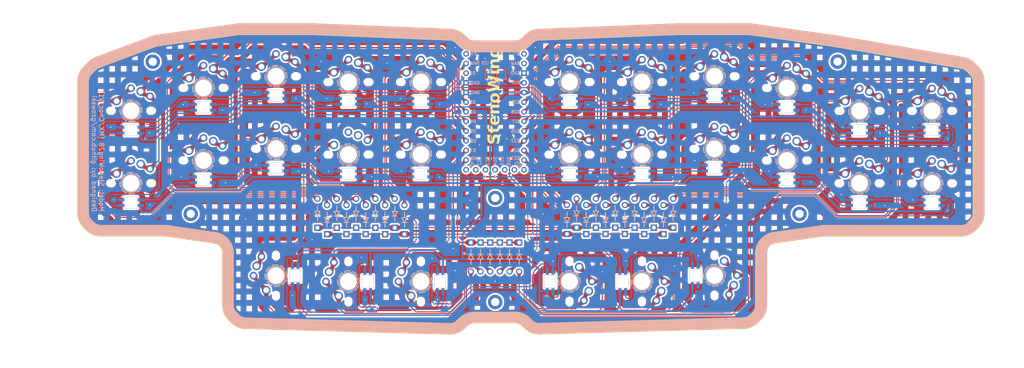
<source format=kicad_pcb>
(kicad_pcb (version 20241229) (generator "pcbnew") (generator_version "9.0")
  (title_block (title "Stenowing") (date "2024-10-05") (rev "1.0") (company "Gzowski.co.uk"))
  (layers (0 "F.Cu" signal) (2 "B.Cu" signal) (13 "F.Paste" user) (15 "B.Paste" user) (5 "F.SilkS" user "F.Silkscreen") (7 "B.SilkS" user "B.Silkscreen") (1 "F.Mask" user) (3 "B.Mask" user) (25 "Edge.Cuts" user))
  (net 0 "")
  (net 1 "GND")
  (net 2 "Net-(LED1-DOUT)")
  (net 3 "LED_D_IN")
  (net 4 "Net-(LED2-DOUT)")
  (net 5 "Net-(LED3-DOUT)")
  (net 6 "Net-(LED4-DOUT)")
  (net 7 "Net-(LED5-DOUT)")
  (net 8 "Net-(LED6-DOUT)")
  (net 9 "Net-(LED7-DOUT)")
  (net 10 "Net-(LED8-DOUT)")
  (net 11 "Net-(LED10-DIN)")
  (net 12 "Net-(LED10-DOUT)")
  (net 13 "Net-(LED11-DOUT)")
  (net 14 "Net-(LED12-DOUT)")
  (net 15 "Net-(LED13-DOUT)")
  (net 16 "Net-(LED14-DOUT)")
  (net 17 "Net-(LED15-DOUT)")
  (net 18 "Net-(LED16-DOUT)")
  (net 19 "Net-(LED17-DOUT)")
  (net 20 "Net-(LED18-DOUT)")
  (net 21 "Net-(LED19-DOUT)")
  (net 22 "Net-(LED20-DOUT)")
  (net 23 "Net-(LED21-DOUT)")
  (net 24 "Net-(LED22-DOUT)")
  (net 25 "vsys")
  (net 26 "Col_1")
  (net 27 "Col_2")
  (net 28 "Col_3")
  (net 29 "Col_4")
  (net 30 "Col_11")
  (net 31 "col_10")
  (net 32 "col_9")
  (net 33 "col_8")
  (net 34 "col_7")
  (net 35 "col_6")
  (net 36 "col_5")
  (net 37 "SW_D1")
  (net 38 "SW_D2")
  (net 39 "SW_D3")
  (net 40 "SW_D4")
  (net 41 "SW_D5")
  (net 42 "SW_D6")
  (net 43 "SW_D7")
  (net 44 "SW_D8")
  (net 45 "SW_D9")
  (net 46 "SW_D10")
  (net 47 "SW_D11")
  (net 48 "SW_D12")
  (net 49 "SW_D13")
  (net 50 "SW_D14")
  (net 51 "SW_D15")
  (net 52 "SW_D16")
  (net 53 "SW_D17")
  (net 54 "SW_D18")
  (net 55 "SW_D19")
  (net 56 "SW_D20")
  (net 57 "SW_D21")
  (net 58 "SW_D22")
  (net 59 "SW_D23")
  (net 60 "SW_D24")
  (net 61 "SW_D25")
  (net 62 "SW_D26")
  (net 63 "SW_D27")
  (net 64 "SW_D28")
  (net 65 "row_1")
  (net 66 "row_2")
  (net 67 "row_3")
  (net 68 "RST")
  (net 69 "led23-out")
  (net 70 "led24-out")
  (net 71 "led25-out")
  (net 72 "led26-out")
  (net 73 "led27-out")
  (footprint "Button_Switch_Keyboard:SW_Cherry_Choc5_MX_1.00u_PCB_circle_3d_1.25u" (layer "F.Cu") (at 202.73696 150.829215 -90)
    (property "Reference" "SW29" (hide yes))
    (property "Value" "Blank" (hide yes))
  )
  (footprint "Button_Switch_Keyboard:SW_Cherry_Choc5_MX_1.00u_PCB_circle_3d_1.25u" (layer "F.Cu") (at 77.302737 145.806349 90)
    (property "Reference" "SW23" (hide yes))
    (property "Value" "Blank" (hide yes))
  )
  (footprint "" (layer "F.Cu") (at 230.01 92.09)
    (property "Reference" "2")
    (property "Value" "")
  )
  (footprint "Button_Switch_Keyboard:SW_Cherry_Choc5_MX_1.00u_PCB_circle_3d_1u" (layer "F.Cu") (at 238.329861 99.974632)
    (property "Reference" "SW11" (hide yes))
    (property "Value" "Blank" (hide yes))
  )
  (footprint "Diode_THT:Diode_remake3_3d" (layer "F.Cu") (at 93.3 131.95 -90)
    (property "Reference" "1" (hide yes))
    (property "Value" "")
  )
  (footprint "Button_Switch_Keyboard:SW_Cherry_Choc5_MX_1.00u_PCB_circle_3d_1u" (layer "F.Cu") (at 257.365014 119.010422)
    (property "Reference" "SW22" (hide yes))
    (property "Value" "Blank" (hide yes))
  )
  (footprint "Diode_THT:Diode_remake3_3d" (layer "F.Cu") (at 113.62 131.97 -90)
    (property "Reference" "1" (hide yes))
    (property "Value" "")
  )
  (footprint "" (layer "F.Cu") (at 50.01 92.11)
    (property "Reference" "")
    (property "Value" "")
  )
  (footprint "Button_Switch_Keyboard:SW_Cherry_Choc5_MX_1.00u_PCB_circle_3d_1u" (layer "F.Cu") (at 103.986915 92.390156)
    (property "Reference" "SW4" (hide yes))
    (property "Value" "Blank" (hide yes))
  )
  (footprint "Diode_THT:Diode_remake3_3d" (layer "F.Cu") (at 141.24 143.45 90)
    (property "Reference" "1" (hide yes))
    (property "Value" "")
  )
  (footprint "Diode_THT:Diode_remake3_3d" (layer "F.Cu") (at 98.38 131.95 -90)
    (property "Reference" "1" (hide yes))
    (property "Value" "")
  )
  (footprint "" (layer "F.Cu") (at 60 132.11)
    (property "Reference" "")
    (property "Value" "")
  )
  (footprint "Diode_THT:Diode_remake3_3d" (layer "F.Cu") (at 169.01621 133.59193 -90)
    (property "Reference" "1" (hide yes))
    (property "Value" "")
  )
  (footprint "Button_Switch_Keyboard:SW_Cherry_Choc5_MX_1.00u_PCB_circle_3d_1u" (layer "F.Cu") (at 65.887886 93.929998)
    (property "Reference" "SW2" (hide yes))
    (property "Value" "Blank" (hide yes))
  )
  (footprint "Button_Switch_Keyboard:SW_Cherry_Choc5_MX_1.00u_PCB_circle_3d_1u" (layer "F.Cu") (at 46.840009 118.980003)
    (property "Reference" "SW12" (hide yes))
    (property "Value" "Blank" (hide yes))
  )
  (footprint "Diode_THT:Diode_remake3_3d" (layer "F.Cu") (at 181.72621 131.93193 -90)
    (property "Reference" "1" (hide yes))
    (property "Value" "")
  )
  (footprint "Diode_THT:Diode_remake3_3d" (layer "F.Cu") (at 184.25621 133.61193 -90)
    (property "Reference" "1" (hide yes))
    (property "Value" "")
  )
  (footprint "Diode_THT:Diode_remake3_3d" (layer "F.Cu") (at 166.48621 131.91193 -90)
    (property "Reference" "1" (hide yes))
    (property "Value" "")
  )
  (footprint "Diode_THT:Diode_remake3_3d" (layer "F.Cu") (at 143.78 143.45 90)
    (property "Reference" "1" (hide yes))
    (property "Value" "")
  )
  (footprint "Button_Switch_Keyboard:SW_Cherry_Choc5_MX_1.00u_PCB_circle_3d_1u" (layer "F.Cu") (at 84.94 90.869998)
    (property "Reference" "SW3" (hide yes))
    (property "Value" "Blank" (hide yes))
  )
  (footprint "Button_Switch_Keyboard:SW_Cherry_Choc5_MX_1.00u_PCB_circle_3d_1u" (layer "F.Cu") (at 200.193736 109.944255)
    (property "Reference" "SW19" (hide yes))
    (property "Value" "Blank" (hide yes))
  )
  (footprint "Button_Switch_Keyboard:SW_Cherry_Choc5_MX_1.00u_PCB_circle_3d_1u" (layer "F.Cu") (at 219.243728 93.942262)
    (property "Reference" "SW9" (hide yes))
    (property "Value" "Blank" (hide yes))
  )
  (footprint "Button_Switch_Keyboard:SW_Cherry_Choc5_MX_1.00u_PCB_circle_3d_1u" (layer "F.Cu") (at 123.029998 92.39)
    (property "Reference" "SW5" (hide yes))
    (property "Value" "Blank" (hide yes))
  )
  (footprint "Diode_THT:Diode_remake3_3d" (layer "F.Cu") (at 103.46 131.95 -90)
    (property "Reference" "1" (hide yes))
    (property "Value" "")
  )
  (footprint "Button_Switch_Keyboard:SW_Cherry_Choc5_MX_1.00u_PCB_circle_3d_1u" (layer "F.Cu") (at 65.887877 112.979995)
    (property "Reference" "SW13" (hide yes))
    (property "Value" "Blank" (hide yes))
  )
  (footprint "Diode_THT:Diode_remake3_3d" (layer "F.Cu") (at 133.62 143.45 90)
    (property "Reference" "1" (hide yes))
    (property "Value" "")
  )
  (footprint "Button_Switch_Keyboard:SW_Cherry_Choc5_MX_1.00u_PCB_circle_3d_1u" (layer "F.Cu") (at 181.137382 111.458116)
    (property "Reference" "SW18" (hide yes))
    (property "Value" "Blank" (hide yes))
  )
  (footprint "Diode_THT:Diode_remake3_3d" (layer "F.Cu") (at 136.16 143.45 90)
    (property "Reference" "1" (hide yes))
    (property "Value" "")
  )
  (footprint "Diode_THT:Diode_remake3_3d" (layer "F.Cu") (at 163.93621 133.59193 -90)
    (property "Reference" "1" (hide yes))
    (property "Value" "")
  )
  (footprint "Diode_THT:Diode_remake3_3d" (layer "F.Cu") (at 161.40621 131.91193 -90)
    (property "Reference" "1" (hide yes))
    (property "Value" "")
  )
  (footprint "Button_Switch_Keyboard:SW_Cherry_Choc5_MX_1.00u_PCB_circle_3d_1u" (layer "F.Cu") (at 238.307288 118.998489)
    (property "Reference" "SW21" (hide yes))
    (property "Value" "Blank" (hide yes))
  )
  (footprint "Button_Switch_Keyboard:SW_Cherry_Choc5_MX_1.00u_PCB_circle_3d_1u" (layer "F.Cu") (at 257.365018 99.960418)
    (property "Reference" "SW11" (hide yes))
    (property "Value" "Blank" (hide yes))
  )
  (footprint "" (layer "F.Cu") (at 220 132.12)
    (property "Reference" "3")
    (property "Value" "")
  )
  (footprint "Diode_THT:Diode_remake3_3d" (layer "F.Cu") (at 158.88621 133.59193 -90)
    (property "Reference" "1" (hide yes))
    (property "Value" "")
  )
  (footprint "Diode_THT:Diode_remake3_3d" (layer "F.Cu") (at 146.32 143.45 90)
    (property "Reference" "1" (hide yes))
    (property "Value" "")
  )
  (footprint "Diode_THT:Diode_remake3_3d" (layer "F.Cu") (at 100.92 133.616 -90)
    (property "Reference" "1" (hide yes))
    (property "Value" "")
  )
  (footprint "Button_Switch_Keyboard:SW_Cherry_Choc5_MX_1.00u_PCB_circle_3d_1u" (layer "F.Cu") (at 162.085013 111.444996)
    (property "Reference" "SW17" (hide yes))
    (property "Value" "Blank" (hide yes))
  )
  (footprint "footprints:Frood_PinHeader_2x13+5_P2.54mm_Labels_Top" (layer "F.Cu") (at 139.99 90.04)
    (property "Reference" "mcu" (hide yes))
    (property "Value" "" (hide yes))
  )
  (footprint "Button_Switch_Keyboard:SW_Cherry_Choc5_MX_1.00u_PCB_circle_3d_1u" (layer "F.Cu") (at 46.84 99.929998)
    (property "Reference" "SW1" (hide yes))
    (property "Value" "Blank" (hide yes))
  )
  (footprint "Button_Switch_Keyboard:SW_Cherry_Choc5_MX_1.00u_PCB_circle_3d_1.25u" (layer "F.Cu") (at 164.616174 152.409137 -90)
    (property "Reference" "SW27" (hide yes))
    (property "Value" "Blank" (hide yes))
  )
  (footprint "" (layer "F.Cu") (at 140.02 155.28)
    (property "Reference" "")
    (property "Value" "")
  )
  (footprint "Button_Switch_Keyboard:SW_Cherry_Choc5_MX_1.00u_PCB_circle_3d_1u" (layer "F.Cu") (at 103.980568 111.452852)
    (property "Reference" "SW15" (hide yes))
    (property "Value" "Blank" (hide yes))
  )
  (footprint "Diode_THT:Diode_remake3_3d" (layer "F.Cu") (at 174.09621 133.59193 -90)
    (property "Reference" "1" (hide yes))
    (property "Value" "")
  )
  (footprint "Diode_THT:Diode_remake3_3d" (layer "F.Cu") (at 95.84 133.616 -90)
    (property "Reference" "1" (hide yes))
    (property "Value" "")
  )
  (footprint "Button_Switch_Keyboard:SW_Cherry_Choc5_MX_1.00u_PCB_circle_3d_1u" (layer "F.Cu") (at 123.023646 111.452696)
    (property "Reference" "SW16" (hide yes))
    (property "Value" "Blank" (hide yes))
  )
  (footprint "Button_Switch_Keyboard:SW_Cherry_Choc5_MX_1.00u_PCB_circle_3d_1u" (layer "F.Cu") (at 162.085001 92.394998)
    (property "Reference" "SW6" (hide yes))
    (property "Value" "Blank" (hide yes))
  )
  (footprint "Button_Switch_Keyboard:SW_Cherry_Choc5_MX_1.00u_PCB_circle_3d_1u" (layer "F.Cu") (at 181.143739 92.395419)
    (property "Reference" "SW7" (hide yes))
    (property "Value" "Blank" (hide yes))
  )
  (footprint "Button_Switch_Keyboard:SW_Cherry_Choc5_MX_1.00u_PCB_circle_3d_1.25u" (layer "F.Cu") (at 115.399998 147.35 90)
    (property "Reference" "SW25" (hide yes))
    (property "Value" "Blank" (hide yes))
  )
  (footprint "Diode_THT:Diode_remake3_3d" (layer "F.Cu") (at 176.64621 131.93193 -90)
    (property "Reference" "1" (hide yes))
    (property "Value" "")
  )
  (footprint "Diode_THT:Diode_remake3_3d" (layer "F.Cu") (at 111.08 133.636 -90)
    (property "Reference" "1" (hide yes))
    (property "Value" "")
  )
  (footprint "Diode_THT:Diode_remake3_3d" (layer "F.Cu") (at 106 133.616 -90)
    (property "Reference" "1" (hide yes))
    (property "Value" "")
  )
  (footprint "Button_Switch_Keyboard:SW_Cherry_Choc5_MX_1.00u_PCB_circle_3d_1.25u" (layer "F.Cu") (at 96.352699 147.346349 90)
    (property "Reference" "SW24" (hide yes))
    (property "Value" "Blank" (hide yes))
  )
  (footprint "Diode_THT:Diode_remake3_3d" (layer "F.Cu") (at 108.54 131.95 -90)
    (property "Reference" "1" (hide yes))
    (property "Value" "")
  )
  (footprint "Diode_THT:Diode_remake3_3d" (layer "F.Cu") (at 186.80621 131.94193 -90)
    (property "Reference" "1" (hide yes))
    (property "Value" "")
  )
  (footprint "Diode_THT:Diode_remake3_3d" (layer "F.Cu") (at 138.7 143.45 90)
    (property "Reference" "1" (hide yes))
    (property "Value" "")
  )
  (footprint "" (layer "F.Cu") (at 140.02 127.93)
    (property "Reference" "")
    (property "Value" "")
  )
  (footprint "Button_Switch_Keyboard:SW_Cherry_Choc5_MX_1.00u_PCB_circle_3d_1.25u" (layer "F.Cu") (at 183.672316 152.414071 -90)
    (property "Reference" "SW28" (hide yes))
    (property "Value" "Blank" (hide yes))
  )
  (footprint "Button_Switch_Keyboard:SW_Cherry_Choc5_MX_1.00u_PCB_circle_3d_1u" (layer "F.Cu") (at 84.946347 109.907303)
    (property "Reference" "SW14" (hide yes))
    (property "Value" "Blank" (hide yes))
  )
  (footprint "Button_Switch_Keyboard:SW_Cherry_Choc5_MX_1.00u_PCB_circle_3d_1u" (layer "F.Cu") (at 200.200084 90.881568)
    (property "Reference" "SW8" (hide yes))
    (property "Value" "Blank" (hide yes))
  )
  (footprint "Diode_THT:Diode_remake3_3d" (layer "F.Cu") (at 179.17621 133.61193 -90)
    (property "Reference" "1" (hide yes))
    (property "Value" "")
  )
  (footprint "Diode_THT:Diode_remake3_3d" (layer "F.Cu") (at 116.16 133.636 -90)
    (property "Reference" "1" (hide yes))
    (property "Value" "")
  )
  (footprint "Diode_THT:Diode_remake3_3d" (layer "F.Cu") (at 171.56621 131.91193 -90)
    (property "Reference" "1" (hide yes))
    (property "Value" "")
  )
  (footprint "Button_Switch_Keyboard:SW_Cherry_Choc5_MX_1.00u_PCB_circle_3d_1u" (layer "F.Cu") (at 219.237377 113.004954)
    (property "Reference" "SW20" (hide yes))
    (property "Value" "Blank" (hide yes))
  )
  (footprint "Button_Switch_Keyboard:PlateFP_" (layer "F.Cu") (at 138.774091 121.284277)
    (property "Reference" "REF**" (hide yes))
    (property "Value" "PlateFP_" (hide yes))
  )
  (footprint "Stencils:SK6812-MINI-E" (layer "B.Cu") (at 159.551363 121.60193 180)
    (property "Reference" "LED17" (hide yes))
    (property "Value" "SK6803MINI-E-001" (hide yes))
    (fp_line (start 1.7 1.5) (end -1.7 1.5) (stroke (width 0.12)) (layer "Edge.Cuts"))
    (fp_line (start 1.7 -1.5) (end 1.7 1.5) (stroke (width 0.12)) (layer "Edge.Cuts"))
    (fp_line (start -1.7 1.5) (end -1.7 -1.5) (stroke (width 0.12)) (layer "Edge.Cuts"))
    (fp_line (start -1.7 -1.5) (end 1.7 -1.5) (stroke (width 0.12)) (layer "Edge.Cuts"))
  )
  (footprint "Stencils:SK6812-MINI-E" (layer "B.Cu") (at 44.273115 110.100261 180)
    (property "Reference" "LED1" (hide yes))
    (property "Value" "SK6803MINI-E-001" (hide yes))
    (fp_line (start 1.7 1.5) (end -1.7 1.5) (stroke (width 0.12)) (layer "Edge.Cuts"))
    (fp_line (start 1.7 -1.5) (end 1.7 1.5) (stroke (width 0.12)) (layer "Edge.Cuts"))
    (fp_line (start -1.7 1.5) (end -1.7 -1.5) (stroke (width 0.12)) (layer "Edge.Cuts"))
    (fp_line (start -1.7 -1.5) (end 1.7 -1.5) (stroke (width 0.12)) (layer "Edge.Cuts"))
  )
  (footprint "Stencils:SK6812-MINI-E" (layer "B.Cu") (at 173.52 149.89 90)
    (property "Reference" "LED27" (hide yes))
    (property "Value" "SK6803MINI-E-001" (hide yes))
    (fp_line (start 1.7 -1.5) (end 1.7 1.5) (stroke (width 0.12)) (layer "Edge.Cuts"))
    (fp_line (start -1.7 -1.5) (end 1.7 -1.5) (stroke (width 0.12)) (layer "Edge.Cuts"))
    (fp_line (start 1.7 1.5) (end -1.7 1.5) (stroke (width 0.12)) (layer "Edge.Cuts"))
    (fp_line (start -1.7 1.5) (end -1.7 -1.5) (stroke (width 0.12)) (layer "Edge.Cuts"))
  )
  (footprint "Stencils:SK6812-MINI-E" (layer "B.Cu") (at 254.818499 129.161122 180)
    (property "Reference" "LED22" (hide yes))
    (property "Value" "SK6803MINI-E-001" (hide yes))
    (fp_line (start 1.7 1.5) (end -1.7 1.5) (stroke (width 0.12)) (layer "Edge.Cuts"))
    (fp_line (start 1.7 -1.5) (end 1.7 1.5) (stroke (width 0.12)) (layer "Edge.Cuts"))
    (fp_line (start -1.7 1.5) (end -1.7 -1.5) (stroke (width 0.12)) (layer "Edge.Cuts"))
    (fp_line (start -1.7 -1.5) (end 1.7 -1.5) (stroke (width 0.12)) (layer "Edge.Cuts"))
  )
  (footprint "Stencils:SK6812-MINI-E" (layer "B.Cu") (at 63.320994 104.106563 180)
    (property "Reference" "LED2" (hide yes))
    (property "Value" "SK6803MINI-E-001" (hide yes))
    (fp_line (start 1.7 1.5) (end -1.7 1.5) (stroke (width 0.12)) (layer "Edge.Cuts"))
    (fp_line (start 1.7 -1.5) (end 1.7 1.5) (stroke (width 0.12)) (layer "Edge.Cuts"))
    (fp_line (start -1.7 1.5) (end -1.7 -1.5) (stroke (width 0.12)) (layer "Edge.Cuts"))
    (fp_line (start -1.7 -1.5) (end 1.7 -1.5) (stroke (width 0.12)) (layer "Edge.Cuts"))
  )
  (footprint "Stencils:SK6812-MINI-E" (layer "B.Cu") (at 120.475413 102.559964 180)
    (property "Reference" "LED5" (hide yes))
    (property "Value" "SK6803MINI-E-001" (hide yes))
    (fp_line (start 1.7 1.5) (end -1.7 1.5) (stroke (width 0.12)) (layer "Edge.Cuts"))
    (fp_line (start 1.7 -1.5) (end 1.7 1.5) (stroke (width 0.12)) (layer "Edge.Cuts"))
    (fp_line (start -1.7 1.5) (end -1.7 -1.5) (stroke (width 0.12)) (layer "Edge.Cuts"))
    (fp_line (start -1.7 -1.5) (end 1.7 -1.5) (stroke (width 0.12)) (layer "Edge.Cuts"))
  )
  (footprint "Stencils:SK6812-MINI-E" (layer "B.Cu") (at 197.654941 101.036194 180)
    (property "Reference" "LED8" (hide yes))
    (property "Value" "SK6803MINI-E-001" (hide yes))
    (fp_line (start 1.7 1.5) (end -1.7 1.5) (stroke (width 0.12)) (layer "Edge.Cuts"))
    (fp_line (start 1.7 -1.5) (end 1.7 1.5) (stroke (width 0.12)) (layer "Edge.Cuts"))
    (fp_line (start -1.7 1.5) (end -1.7 -1.5) (stroke (width 0.12)) (layer "Edge.Cuts"))
    (fp_line (start -1.7 -1.5) (end 1.7 -1.5) (stroke (width 0.12)) (layer "Edge.Cuts"))
  )
  (footprint "Stencils:SK6812-MINI-E" (layer "B.Cu") (at 120.475411 121.609962 180)
    (property "Reference" "LED16" (hide yes))
    (property "Value" "SK6803MINI-E-001" (hide yes))
    (fp_line (start 1.7 1.5) (end -1.7 1.5) (stroke (width 0.12)) (layer "Edge.Cuts"))
    (fp_line (start 1.7 -1.5) (end 1.7 1.5) (stroke (width 0.12)) (layer "Edge.Cuts"))
    (fp_line (start -1.7 1.5) (end -1.7 -1.5) (stroke (width 0.12)) (layer "Edge.Cuts"))
    (fp_line (start -1.7 -1.5) (end 1.7 -1.5) (stroke (width 0.12)) (layer "Edge.Cuts"))
  )
  (footprint "TestPoint:TestPoint_Pad_2.0x2.0mm" (layer "B.Cu") (at 138.53 95.51)
    (property "Reference" "REF**" (hide yes))
    (property "Value" "TestPoint_Pad_2.0x2.0mm")
  )
  (footprint "Stencils:SK6812-MINI-E" (layer "B.Cu") (at 235.7585 110.101123 180)
    (property "Reference" "LED10" (hide yes))
    (property "Value" "SK6803MINI-E-001" (hide yes))
    (fp_line (start 1.7 1.5) (end -1.7 1.5) (stroke (width 0.12)) (layer "Edge.Cuts"))
    (fp_line (start 1.7 -1.5) (end 1.7 1.5) (stroke (width 0.12)) (layer "Edge.Cuts"))
    (fp_line (start -1.7 1.5) (end -1.7 -1.5) (stroke (width 0.12)) (layer "Edge.Cuts"))
    (fp_line (start -1.7 -1.5) (end 1.7 -1.5) (stroke (width 0.12)) (layer "Edge.Cuts"))
  )
  (footprint "Stencils:SK6812-MINI-E" (layer "B.Cu") (at 101.438671 102.546417 180)
    (property "Reference" "LED4" (hide yes))
    (property "Value" "SK6803MINI-E-001" (hide yes))
    (fp_line (start 1.7 1.5) (end -1.7 1.5) (stroke (width 0.12)) (layer "Edge.Cuts"))
    (fp_line (start 1.7 -1.5) (end 1.7 1.5) (stroke (width 0.12)) (layer "Edge.Cuts"))
    (fp_line (start -1.7 1.5) (end -1.7 -1.5) (stroke (width 0.12)) (layer "Edge.Cuts"))
    (fp_line (start -1.7 -1.5) (end 1.7 -1.5) (stroke (width 0.12)) (layer "Edge.Cuts"))
  )
  (footprint "Stencils:SK6812-MINI-E" (layer "B.Cu") (at 44.298116 129.15026 180)
    (property "Reference" "LED12" (hide yes))
    (property "Value" "SK6803MINI-E-001" (hide yes))
    (fp_line (start 1.7 1.5) (end -1.7 1.5) (stroke (width 0.12)) (layer "Edge.Cuts"))
    (fp_line (start 1.7 -1.5) (end 1.7 1.5) (stroke (width 0.12)) (layer "Edge.Cuts"))
    (fp_line (start -1.7 1.5) (end -1.7 -1.5) (stroke (width 0.12)) (layer "Edge.Cuts"))
    (fp_line (start -1.7 -1.5) (end 1.7 -1.5) (stroke (width 0.12)) (layer "Edge.Cuts"))
  )
  (footprint "Stencils:SK6812-MINI-E" (layer "B.Cu") (at 254.8185 110.121123 180)
    (property "Reference" "LED11" (hide yes))
    (property "Value" "SK6803MINI-E-001" (hide yes))
    (fp_line (start 1.7 1.5) (end -1.7 1.5) (stroke (width 0.12)) (layer "Edge.Cuts"))
    (fp_line (start 1.7 -1.5) (end 1.7 1.5) (stroke (width 0.12)) (layer "Edge.Cuts"))
    (fp_line (start -1.7 1.5) (end -1.7 -1.5) (stroke (width 0.12)) (layer "Edge.Cuts"))
    (fp_line (start -1.7 -1.5) (end 1.7 -1.5) (stroke (width 0.12)) (layer "Edge.Cuts"))
  )
  (footprint "Stencils:SK6812-MINI-E" (layer "B.Cu") (at 197.644938 120.096196 180)
    (property "Reference" "LED19" (hide yes))
    (property "Value" "SK6803MINI-E-001" (hide yes))
    (fp_line (start 1.7 1.5) (end -1.7 1.5) (stroke (width 0.12)) (layer "Edge.Cuts"))
    (fp_line (start 1.7 -1.5) (end 1.7 1.5) (stroke (width 0.12)) (layer "Edge.Cuts"))
    (fp_line (start -1.7 1.5) (end -1.7 -1.5) (stroke (width 0.12)) (layer "Edge.Cuts"))
    (fp_line (start -1.7 -1.5) (end 1.7 -1.5) (stroke (width 0.12)) (layer "Edge.Cuts"))
  )
  (footprint "Stencils:SK6812-MINI-E" (layer "B.Cu") (at 235.758498 129.161124 180)
    (property "Reference" "LED21" (hide yes))
    (property "Value" "SK6803MINI-E-001" (hide yes))
    (fp_line (start 1.7 1.5) (end -1.7 1.5) (stroke (width 0.12)) (layer "Edge.Cuts"))
    (fp_line (start 1.7 -1.5) (end 1.7 1.5) (stroke (width 0.12)) (layer "Edge.Cuts"))
    (fp_line (start -1.7 1.5) (end -1.7 -1.5) (stroke (width 0.12)) (layer "Edge.Cuts"))
    (fp_line (start -1.7 -1.5) (end 1.7 -1.5) (stroke (width 0.12)) (layer "Edge.Cuts"))
  )
  (footprint "Stencils:SK6812-MINI-E" (layer "B.Cu") (at 216.69494 104.106197 180)
    (property "Reference" "LED9" (hide yes))
    (property "Value" "SK6803MINI-E-001" (hide yes))
    (fp_line (start 1.7 1.5) (end -1.7 1.5) (stroke (width 0.12)) (layer "Edge.Cuts"))
    (fp_line (start 1.7 -1.5) (end 1.7 1.5) (stroke (width 0.12)) (layer "Edge.Cuts"))
    (fp_line (start -1.7 1.5) (end -1.7 -1.5) (stroke (width 0.12)) (layer "Edge.Cuts"))
    (fp_line (start -1.7 -1.5) (end 1.7 -1.5) (stroke (width 0.12)) (layer "Edge.Cuts"))
  )
  (footprint "Stencils:SK6812-MINI-E" (layer "B.Cu") (at 216.68494 123.166197 180)
    (property "Reference" "LED20" (hide yes))
    (property "Value" "SK6803MINI-E-001" (hide yes))
    (fp_line (start 1.7 1.5) (end -1.7 1.5) (stroke (width 0.12)) (layer "Edge.Cuts"))
    (fp_line (start 1.7 -1.5) (end 1.7 1.5) (stroke (width 0.12)) (layer "Edge.Cuts"))
    (fp_line (start -1.7 1.5) (end -1.7 -1.5) (stroke (width 0.12)) (layer "Edge.Cuts"))
    (fp_line (start -1.7 -1.5) (end 1.7 -1.5) (stroke (width 0.12)) (layer "Edge.Cuts"))
  )
  (footprint "Stencils:SK6812-MINI-E" (layer "B.Cu") (at 154.46 149.87 90)
    (property "Reference" "LED26" (hide yes))
    (property "Value" "SK6803MINI-E-001" (hide yes))
    (fp_line (start 1.7 -1.5) (end 1.7 1.5) (stroke (width 0.12)) (layer "Edge.Cuts"))
    (fp_line (start -1.7 -1.5) (end 1.7 -1.5) (stroke (width 0.12)) (layer "Edge.Cuts"))
    (fp_line (start 1.7 1.5) (end -1.7 1.5) (stroke (width 0.12)) (layer "Edge.Cuts"))
    (fp_line (start -1.7 1.5) (end -1.7 -1.5) (stroke (width 0.12)) (layer "Edge.Cuts"))
  )
  (footprint "Stencils:SK6812-MINI-E" (layer "B.Cu") (at 87.455 148.34 -90)
    (property "Reference" "LED23" (hide yes))
    (property "Value" "SK6803MINI-E-001" (hide yes))
    (fp_line (start -1.7 1.5) (end -1.7 -1.5) (stroke (width 0.12)) (layer "Edge.Cuts"))
    (fp_line (start 1.7 1.5) (end -1.7 1.5) (stroke (width 0.12)) (layer "Edge.Cuts"))
    (fp_line (start -1.7 -1.5) (end 1.7 -1.5) (stroke (width 0.12)) (layer "Edge.Cuts"))
    (fp_line (start 1.7 -1.5) (end 1.7 1.5) (stroke (width 0.12)) (layer "Edge.Cuts"))
  )
  (footprint "Stencils:SK6812-MINI-E" (layer "B.Cu") (at 125.54 149.89 -90)
    (property "Reference" "LED25" (hide yes))
    (property "Value" "SK6803MINI-E-001" (hide yes))
    (fp_line (start -1.7 1.5) (end -1.7 -1.5) (stroke (width 0.12)) (layer "Edge.Cuts"))
    (fp_line (start 1.7 1.5) (end -1.7 1.5) (stroke (width 0.12)) (layer "Edge.Cuts"))
    (fp_line (start -1.7 -1.5) (end 1.7 -1.5) (stroke (width 0.12)) (layer "Edge.Cuts"))
    (fp_line (start 1.7 -1.5) (end 1.7 1.5) (stroke (width 0.12)) (layer "Edge.Cuts"))
  )
  (footprint "Stencils:SK6812-MINI-E" (layer "B.Cu") (at 82.391763 101.027263 180)
    (property "Reference" "LED3" (hide yes))
    (property "Value" "SK6803MINI-E-001" (hide yes))
    (fp_line (start 1.7 1.5) (end -1.7 1.5) (stroke (width 0.12)) (layer "Edge.Cuts"))
    (fp_line (start 1.7 -1.5) (end 1.7 1.5) (stroke (width 0.12)) (layer "Edge.Cuts"))
    (fp_line (start -1.7 1.5) (end -1.7 -1.5) (stroke (width 0.12)) (layer "Edge.Cuts"))
    (fp_line (start -1.7 -1.5) (end 1.7 -1.5) (stroke (width 0.12)) (layer "Edge.Cuts"))
  )
  (footprint "Stencils:SK6812-MINI-E" (layer "B.Cu") (at 82.391762 120.077262 180)
    (property "Reference" "LED14" (hide yes))
    (property "Value" "SK6803MINI-E-001" (hide yes))
    (fp_line (start 1.7 1.5) (end -1.7 1.5) (stroke (width 0.12)) (layer "Edge.Cuts"))
    (fp_line (start 1.7 -1.5) (end 1.7 1.5) (stroke (width 0.12)) (layer "Edge.Cuts"))
    (fp_line (start -1.7 1.5) (end -1.7 -1.5) (stroke (width 0.12)) (layer "Edge.Cuts"))
    (fp_line (start -1.7 -1.5) (end 1.7 -1.5) (stroke (width 0.12)) (layer "Edge.Cuts"))
  )
  (footprint "Stencils:SK6812-MINI-E" (layer "B.Cu") (at 178.594941 121.611348 180)
    (property "Reference" "LED18" (hide yes))
    (property "Value" "SK6803MINI-E-001" (hide yes))
    (fp_line (start 1.7 1.5) (end -1.7 1.5) (stroke (width 0.12)) (layer "Edge.Cuts"))
    (fp_line (start 1.7 -1.5) (end 1.7 1.5) (stroke (width 0.12)) (layer "Edge.Cuts"))
    (fp_line (start -1.7 1.5) (end -1.7 -1.5) (stroke (width 0.12)) (layer "Edge.Cuts"))
    (fp_line (start -1.7 -1.5) (end 1.7 -1.5) (stroke (width 0.12)) (layer "Edge.Cuts"))
  )
  (footprint "Stencils:SK6812-MINI-E" (layer "B.Cu") (at 192.585001 148.3 90)
    (property "Reference" "LED28" (hide yes))
    (property "Value" "SK6803MINI-E-001" (hide yes))
    (fp_line (start 1.7 -1.5) (end 1.7 1.5) (stroke (width 0.12)) (layer "Edge.Cuts"))
    (fp_line (start -1.7 -1.5) (end 1.7 -1.5) (stroke (width 0.12)) (layer "Edge.Cuts"))
    (fp_line (start 1.7 1.5) (end -1.7 1.5) (stroke (width 0.12)) (layer "Edge.Cuts"))
    (fp_line (start -1.7 1.5) (end -1.7 -1.5) (stroke (width 0.12)) (layer "Edge.Cuts"))
  )
  (footprint "Stencils:SK6812-MINI-E" (layer "B.Cu") (at 159.54621 102.55193 180)
    (property "Reference" "LED6" (hide yes))
    (property "Value" "SK6803MINI-E-001" (hide yes))
    (fp_line (start 1.7 1.5) (end -1.7 1.5) (stroke (width 0.12)) (layer "Edge.Cuts"))
    (fp_line (start 1.7 -1.5) (end 1.7 1.5) (stroke (width 0.12)) (layer "Edge.Cuts"))
    (fp_line (start -1.7 1.5) (end -1.7 -1.5) (stroke (width 0.12)) (layer "Edge.Cuts"))
    (fp_line (start -1.7 -1.5) (end 1.7 -1.5) (stroke (width 0.12)) (layer "Edge.Cuts"))
  )
  (footprint "Stencils:SK6812-MINI-E" (layer "B.Cu") (at 106.5 149.89 -90)
    (property "Reference" "LED24" (hide yes))
    (property "Value" "SK6803MINI-E-001" (hide yes))
    (fp_line (start -1.7 1.5) (end -1.7 -1.5) (stroke (width 0.12)) (layer "Edge.Cuts"))
    (fp_line (start 1.7 1.5) (end -1.7 1.5) (stroke (width 0.12)) (layer "Edge.Cuts"))
    (fp_line (start -1.7 -1.5) (end 1.7 -1.5) (stroke (width 0.12)) (layer "Edge.Cuts"))
    (fp_line (start 1.7 -1.5) (end 1.7 1.5) (stroke (width 0.12)) (layer "Edge.Cuts"))
  )
  (footprint "Stencils:SK6812-MINI-E" (layer "B.Cu") (at 101.438672 121.621418 180)
    (property "Reference" "LED15" (hide yes))
    (property "Value" "SK6803MINI-E-001" (hide yes))
    (fp_line (start 1.7 1.5) (end -1.7 1.5) (stroke (width 0.12)) (layer "Edge.Cuts"))
    (fp_line (start 1.7 -1.5) (end 1.7 1.5) (stroke (width 0.12)) (layer "Edge.Cuts"))
    (fp_line (start -1.7 1.5) (end -1.7 -1.5) (stroke (width 0.12)) (layer "Edge.Cuts"))
    (fp_line (start -1.7 -1.5) (end 1.7 -1.5) (stroke (width 0.12)) (layer "Edge.Cuts"))
  )
  (footprint "Stencils:SK6812-MINI-E" (layer "B.Cu") (at 63.345997 123.151562 180)
    (property "Reference" "LED13" (hide yes))
    (property "Value" "SK6803MINI-E-001" (hide yes))
    (fp_line (start 1.7 1.5) (end -1.7 1.5) (stroke (width 0.12)) (layer "Edge.Cuts"))
    (fp_line (start 1.7 -1.5) (end 1.7 1.5) (stroke (width 0.12)) (layer "Edge.Cuts"))
    (fp_line (start -1.7 1.5) (end -1.7 -1.5) (stroke (width 0.12)) (layer "Edge.Cuts"))
    (fp_line (start -1.7 -1.5) (end 1.7 -1.5) (stroke (width 0.12)) (layer "Edge.Cuts"))
  )
  (footprint "TestPoint:TestPoint_Pad_2.0x2.0mm" (layer "B.Cu") (at 141.65 95.52)
    (property "Reference" "RST")
    (property "Value" "TestPoint_Pad_2.0x2.0mm")
  )
  (footprint "Stencils:SK6812-MINI-E" (layer "B.Cu") (at 178.594941 102.551348 180)
    (property "Reference" "LED7" (hide yes))
    (property "Value" "SK6803MINI-E-001" (hide yes))
    (fp_line (start 1.7 1.5) (end -1.7 1.5) (stroke (width 0.12)) (layer "Edge.Cuts"))
    (fp_line (start 1.7 -1.5) (end 1.7 1.5) (stroke (width 0.12)) (layer "Edge.Cuts"))
    (fp_line (start -1.7 1.5) (end -1.7 -1.5) (stroke (width 0.12)) (layer "Edge.Cuts"))
    (fp_line (start -1.7 -1.5) (end 1.7 -1.5) (stroke (width 0.12)) (layer "Edge.Cuts"))
  )
  (gr_arc (start 128.25687 84.957631) (mid 129.701499 85.290185) (end 130.925802 86.126023) (stroke (width 3)) (layer "B.SilkS"))
  (gr_arc (start 265.331788 135.367991) (mid 264.033609 136.235285) (end 262.502307 136.539563) (stroke (width 3)) (layer "B.SilkS"))
  (gr_arc (start 134.474978 88.021169) (mid 132.945762 87.716153) (end 131.649376 86.849597) (stroke (width 3)) (layer "B.SilkS"))
  (gr_arc (start 145.307958 159.323523) (mid 146.84326 159.626362) (end 148.144866 160.495087) (stroke (width 3)) (layer "B.SilkS"))
  (gr_line (start 148.144866 160.495087) (end 148.752333 161.102554) (stroke (width 3)) (layer "B.SilkS"))
  (gr_arc (start 50.366247 86.714591) (mid 50.785738 86.583552) (end 51.21707 86.499315) (stroke (width 3)) (layer "B.SilkS"))
  (gr_arc (start 265.988206 94.418427) (mid 266.855312 95.716118) (end 267.159779 97.246854) (stroke (width 3)) (layer "B.SilkS"))
  (gr_line (start 134.471664 159.346498) (end 145.307958 159.323523) (stroke (width 3)) (layer "B.SilkS"))
  (gr_arc (start 36.385394 136.510876) (mid 34.855795 136.205999) (end 33.559083 135.339304) (stroke (width 3)) (layer "B.SilkS"))
  (gr_line (start 265.988206 94.418427) (end 265.059506 93.489727) (stroke (width 3)) (layer "B.SilkS"))
  (gr_line (start 148.873722 86.136057) (end 148.152522 86.857257) (stroke (width 3)) (layer "B.SilkS"))
  (gr_arc (start 70.981352 158.971573) (mid 70.114261 157.67388) (end 69.809779 156.143146) (stroke (width 3)) (layer "B.SilkS"))
  (gr_line (start 53.918227 136.562429) (end 66.391896 138.397246) (stroke (width 3)) (layer "B.SilkS"))
  (gr_arc (start 209.989779 156.087043) (mid 209.686554 157.614696) (end 208.822908 158.91076) (stroke (width 3)) (layer "B.SilkS"))
  (gr_line (start 69.809779 142.354662) (end 69.809779 156.143146) (stroke (width 3)) (layer "B.SilkS"))
  (gr_arc (start 206.722408 83.51) (mid 206.999114 83.519585) (end 207.274495 83.548283) (stroke (width 3)) (layer "B.SilkS"))
  (gr_line (start 33.559083 135.339304) (end 32.901352 134.681573) (stroke (width 3)) (layer "B.SilkS"))
  (gr_line (start 208.116846 159.619176) (end 208.822908 158.91076) (stroke (width 3)) (layer "B.SilkS"))
  (gr_line (start 145.32127 88.028829) (end 134.474978 88.021169) (stroke (width 3)) (layer "B.SilkS"))
  (gr_line (start 91.65 83.5) (end 73.106006 83.5) (stroke (width 3)) (layer "B.SilkS"))
  (gr_line (start 213.425462 138.350399) (end 225.918515 136.570081) (stroke (width 3)) (layer "B.SilkS"))
  (gr_line (start 226.483886 136.530075) (end 262.502307 136.539563) (stroke (width 3)) (layer "B.SilkS"))
  (gr_arc (start 32.901352 134.681573) (mid 32.034262 133.383879) (end 31.729779 131.853146) (stroke (width 3)) (layer "B.SilkS"))
  (gr_line (start 131.649376 86.849597) (end 130.925802 86.126023) (stroke (width 3)) (layer "B.SilkS"))
  (gr_arc (start 131.651718 160.518061) (mid 132.945491 159.652587) (end 134.471664 159.346498) (stroke (width 3)) (layer "B.SilkS"))
  (gr_line (start 72.556173 83.53797) (end 51.21707 86.499315) (stroke (width 3)) (layer "B.SilkS"))
  (gr_arc (start 31.729779 97.216854) (mid 32.034261 95.68612) (end 32.901352 94.388427) (stroke (width 3)) (layer "B.SilkS"))
  (gr_arc (start 91.65 83.5) (mid 91.729763 83.500794) (end 91.809495 83.503181) (stroke (width 3)) (layer "B.SilkS"))
  (gr_line (start 262.905595 92.375436) (end 229.090847 86.590447) (stroke (width 3)) (layer "B.SilkS"))
  (gr_line (start 188.010105 83.513178) (end 151.542738 84.967662) (stroke (width 3)) (layer "B.SilkS"))
  (gr_line (start 209.989779 156.087043) (end 209.989779 142.310392) (stroke (width 3)) (layer "B.SilkS"))
  (gr_line (start 267.159779 131.883146) (end 267.159779 97.246854) (stroke (width 3)) (layer "B.SilkS"))
  (gr_arc (start 74.402707 160.843309) (mid 72.930604 160.51916) (end 71.682993 159.673214) (stroke (width 3)) (layer "B.SilkS"))
  (gr_arc (start 131.036646 161.133133) (mid 129.688592 162.020697) (end 128.099505 162.303229) (stroke (width 3)) (layer "B.SilkS"))
  (gr_line (start 151.690855 162.272612) (end 205.393812 160.793944) (stroke (width 3)) (layer "B.SilkS"))
  (gr_line (start 128.25687 84.957631) (end 91.809495 83.503181) (stroke (width 3)) (layer "B.SilkS"))
  (gr_line (start 131.036646 161.133133) (end 131.651718 160.518061) (stroke (width 3)) (layer "B.SilkS"))
  (gr_line (start 228.968418 86.571449) (end 207.274495 83.548283) (stroke (width 3)) (layer "B.SilkS"))
  (gr_line (start 74.402707 160.843309) (end 128.099505 162.303229) (stroke (width 3)) (layer "B.SilkS"))
  (gr_arc (start 208.116846 159.619176) (mid 206.868232 160.468261) (end 205.393812 160.793944) (stroke (width 3)) (layer "B.SilkS"))
  (gr_line (start 206.722408 83.51) (end 188.010105 83.513178) (stroke (width 3)) (layer "B.SilkS"))
  (gr_line (start 50.366247 86.714591) (end 35.54337 92.255854) (stroke (width 3)) (layer "B.SilkS"))
  (gr_arc (start 148.152522 86.857257) (mid 146.853524 87.724888) (end 145.32127 88.028829) (stroke (width 3)) (layer "B.SilkS"))
  (gr_arc (start 267.159779 131.883146) (mid 266.855298 133.413881) (end 265.988206 134.711573) (stroke (width 3)) (layer "B.SilkS"))
  (gr_arc (start 53.338226 136.519846) (mid 53.629001 136.530583) (end 53.918227 136.562429) (stroke (width 3)) (layer "B.SilkS"))
  (gr_arc (start 209.989779 142.310392) (mid 210.96842 139.689067) (end 213.425462 138.350399) (stroke (width 3)) (layer "B.SilkS"))
  (gr_arc (start 225.918515 136.570081) (mid 226.200491 136.540054) (end 226.483886 136.530075) (stroke (width 3)) (layer "B.SilkS"))
  (gr_line (start 70.981352 158.971573) (end 71.682993 159.673214) (stroke (width 3)) (layer "B.SilkS"))
  (gr_arc (start 151.690855 162.272612) (mid 150.101035 161.990358) (end 148.752333 161.102554) (stroke (width 3)) (layer "B.SilkS"))
  (gr_arc (start 148.873722 86.136057) (mid 150.098066 85.300208) (end 151.542738 84.967662) (stroke (width 3)) (layer "B.SilkS"))
  (gr_line (start 31.729779 97.216854) (end 31.729779 131.853146) (stroke (width 3)) (layer "B.SilkS"))
  (gr_line (start 265.331788 135.367991) (end 265.988206 134.711573) (stroke (width 3)) (layer "B.SilkS"))
  (gr_arc (start 34.115598 93.174181) (mid 34.780206 92.638402) (end 35.54337 92.255854) (stroke (width 3)) (layer "B.SilkS"))
  (gr_line (start 36.385394 136.510876) (end 53.338226 136.519846) (stroke (width 3)) (layer "B.SilkS"))
  (gr_arc (start 72.556173 83.53797) (mid 72.830435 83.509504) (end 73.106006 83.5) (stroke (width 3)) (layer "B.SilkS"))
  (gr_line (start 34.115598 93.174181) (end 32.901352 94.388427) (stroke (width 3)) (layer "B.SilkS"))
  (gr_arc (start 66.391896 138.397246) (mid 68.837028 139.740132) (end 69.809779 142.354662) (stroke (width 3)) (layer "B.SilkS"))
  (gr_arc (start 262.905595 92.375436) (mid 264.069026 92.765422) (end 265.059506 93.489727) (stroke (width 3)) (layer "B.SilkS"))
  (gr_arc (start 228.968418 86.571449) (mid 229.029706 86.580474) (end 229.090847 86.590447) (stroke (width 3)) (layer "B.SilkS"))
  (gr_line (start 266.108427 94.418427) (end 265.179727 93.489727) (stroke (width 0.05)) (layer "Edge.Cuts"))
  (gr_arc (start 267.28 131.883146) (mid 266.975518 133.41388) (end 266.108427 134.711573) (stroke (width 0.05)) (layer "Edge.Cuts"))
  (gr_line (start 148.265087 160.495087) (end 148.872554 161.102554) (stroke (width 0.05)) (layer "Edge.Cuts"))
  (gr_arc (start 74.522928 160.843309) (mid 73.050825 160.51916) (end 71.803214 159.673214) (stroke (width 0.05)) (layer "Edge.Cuts"))
  (gr_line (start 134.591885 159.346498) (end 145.428179 159.323523) (stroke (width 0.05)) (layer "Edge.Cuts"))
  (gr_line (start 267.28 131.883146) (end 267.28 97.246854) (stroke (width 0.05)) (layer "Edge.Cuts"))
  (gr_arc (start 210.11 156.087043) (mid 209.806776 157.614693) (end 208.943129 158.91076) (stroke (width 0.05)) (layer "Edge.Cuts"))
  (gr_line (start 31.85 97.216854) (end 31.85 131.853146) (stroke (width 0.05)) (layer "Edge.Cuts"))
  (gr_line (start 33.679304 135.339304) (end 33.021573 134.681573) (stroke (width 0.05)) (layer "Edge.Cuts"))
  (gr_arc (start 31.85 97.216854) (mid 32.154482 95.68612) (end 33.021573 94.388427) (stroke (width 0.05)) (layer "Edge.Cuts"))
  (gr_line (start 74.522928 160.843309) (end 128.219726 162.303229) (stroke (width 0.05)) (layer "Edge.Cuts"))
  (gr_line (start 36.505615 136.510876) (end 53.458447 136.519846) (stroke (width 0.05)) (layer "Edge.Cuts"))
  (gr_line (start 265.452009 135.367991) (end 266.108427 134.711573) (stroke (width 0.05)) (layer "Edge.Cuts"))
  (gr_line (start 131.769597 86.849597) (end 131.046023 86.126023) (stroke (width 0.05)) (layer "Edge.Cuts"))
  (gr_line (start 148.993943 86.136057) (end 148.272743 86.857257) (stroke (width 0.05)) (layer "Edge.Cuts"))
  (gr_arc (start 34.235819 93.174181) (mid 34.900426 92.638402) (end 35.663591 92.255854) (stroke (width 0.05)) (layer "Edge.Cuts"))
  (gr_arc (start 131.156867 161.133133) (mid 129.80881 162.020698) (end 128.219726 162.303229) (stroke (width 0.05)) (layer "Edge.Cuts"))
  (gr_line (start 213.545683 138.350399) (end 226.038736 136.570081) (stroke (width 0.05)) (layer "Edge.Cuts"))
  (gr_arc (start 229.088639 86.571449) (mid 229.149927 86.580474) (end 229.211068 86.590447) (stroke (width 0.05)) (layer "Edge.Cuts"))
  (gr_arc (start 131.771939 160.518061) (mid 133.065714 159.652586) (end 134.591885 159.346498) (stroke (width 0.05)) (layer "Edge.Cuts"))
  (gr_line (start 145.441491 88.028829) (end 134.595199 88.021169) (stroke (width 0.05)) (layer "Edge.Cuts"))
  (gr_arc (start 128.377091 84.957631) (mid 129.821721 85.290186) (end 131.046023 86.126023) (stroke (width 0.05)) (layer "Edge.Cuts"))
  (gr_line (start 151.811076 162.272612) (end 205.514033 160.793944) (stroke (width 0.05)) (layer "Edge.Cuts"))
  (gr_arc (start 206.842629 83.51) (mid 207.119335 83.519585) (end 207.394716 83.548283) (stroke (width 0.05)) (layer "Edge.Cuts"))
  (gr_line (start 72.676394 83.53797) (end 51.337291 86.499315) (stroke (width 0.05)) (layer "Edge.Cuts"))
  (gr_line (start 34.235819 93.174181) (end 33.021573 94.388427) (stroke (width 0.05)) (layer "Edge.Cuts"))
  (gr_line (start 128.377091 84.957631) (end 91.929716 83.503181) (stroke (width 0.05)) (layer "Edge.Cuts"))
  (gr_arc (start 53.458447 136.519846) (mid 53.749222 136.530583) (end 54.038448 136.562429) (stroke (width 0.05)) (layer "Edge.Cuts"))
  (gr_line (start 71.101573 158.971573) (end 71.803214 159.673214) (stroke (width 0.05)) (layer "Edge.Cuts"))
  (gr_arc (start 148.993943 86.136057) (mid 150.218287 85.300208) (end 151.662959 84.967662) (stroke (width 0.05)) (layer "Edge.Cuts"))
  (gr_arc (start 72.676394 83.53797) (mid 72.950656 83.509504) (end 73.226227 83.5) (stroke (width 0.05)) (layer "Edge.Cuts"))
  (gr_arc (start 66.512117 138.397246) (mid 68.957248 139.740132) (end 69.93 142.354662) (stroke (width 0.05)) (layer "Edge.Cuts"))
  (gr_arc (start 71.101573 158.971573) (mid 70.234482 157.67388) (end 69.93 156.143146) (stroke (width 0.05)) (layer "Edge.Cuts"))
  (gr_arc (start 226.038736 136.570081) (mid 226.320712 136.540051) (end 226.604107 136.530075) (stroke (width 0.05)) (layer "Edge.Cuts"))
  (gr_line (start 188.130326 83.513178) (end 151.662959 84.967662) (stroke (width 0.05)) (layer "Edge.Cuts"))
  (gr_arc (start 145.428179 159.323523) (mid 146.963483 159.626363) (end 148.265087 160.495087) (stroke (width 0.05)) (layer "Edge.Cuts"))
  (gr_line (start 208.237067 159.619176) (end 208.943129 158.91076) (stroke (width 0.05)) (layer "Edge.Cuts"))
  (gr_line (start 131.156867 161.133133) (end 131.771939 160.518061) (stroke (width 0.05)) (layer "Edge.Cuts"))
  (gr_arc (start 33.021573 134.681573) (mid 32.154483 133.383879) (end 31.85 131.853146) (stroke (width 0.05)) (layer "Edge.Cuts"))
  (gr_arc (start 50.486468 86.714591) (mid 50.905958 86.583552) (end 51.337291 86.499315) (stroke (width 0.05)) (layer "Edge.Cuts"))
  (gr_arc (start 91.770221 83.5) (mid 91.849984 83.500794) (end 91.929716 83.503181) (stroke (width 0.05)) (layer "Edge.Cuts"))
  (gr_line (start 69.93 142.354662) (end 69.93 156.143146) (stroke (width 0.05)) (layer "Edge.Cuts"))
  (gr_arc (start 36.505615 136.510876) (mid 34.976015 136.205998) (end 33.679304 135.339304) (stroke (width 0.05)) (layer "Edge.Cuts"))
  (gr_line (start 91.770221 83.5) (end 73.226227 83.5) (stroke (width 0.05)) (layer "Edge.Cuts"))
  (gr_line (start 229.088639 86.571449) (end 207.394716 83.548283) (stroke (width 0.05)) (layer "Edge.Cuts"))
  (gr_arc (start 148.272743 86.857257) (mid 146.973745 87.724888) (end 145.441491 88.028829) (stroke (width 0.05)) (layer "Edge.Cuts"))
  (gr_arc (start 208.237067 159.619176) (mid 206.988449 160.468262) (end 205.514033 160.793944) (stroke (width 0.05)) (layer "Edge.Cuts"))
  (gr_arc (start 266.108427 94.418427) (mid 266.975518 95.71612) (end 267.28 97.246854) (stroke (width 0.05)) (layer "Edge.Cuts"))
  (gr_line (start 54.038448 136.562429) (end 66.512117 138.397246) (stroke (width 0.05)) (layer "Edge.Cuts"))
  (gr_line (start 210.11 156.087043) (end 210.11 142.310392) (stroke (width 0.05)) (layer "Edge.Cuts"))
  (gr_arc (start 265.452009 135.367991) (mid 264.153829 136.235284) (end 262.622528 136.539563) (stroke (width 0.05)) (layer "Edge.Cuts"))
  (gr_line (start 206.842629 83.51) (end 188.130326 83.513178) (stroke (width 0.05)) (layer "Edge.Cuts"))
  (gr_arc (start 210.11 142.310392) (mid 211.08864 139.689068) (end 213.545683 138.350399) (stroke (width 0.05)) (layer "Edge.Cuts"))
  (gr_line (start 50.486468 86.714591) (end 35.663591 92.255854) (stroke (width 0.05)) (layer "Edge.Cuts"))
  (gr_line (start 226.604107 136.530075) (end 262.622528 136.539563) (stroke (width 0.05)) (layer "Edge.Cuts"))
  (gr_arc (start 151.811076 162.272612) (mid 150.221257 161.990358) (end 148.872554 161.102554) (stroke (width 0.05)) (layer "Edge.Cuts"))
  (gr_arc (start 263.025816 92.375436) (mid 264.189254 92.765414) (end 265.179727 93.489727) (stroke (width 0.05)) (layer "Edge.Cuts"))
  (gr_arc (start 134.595199 88.021169) (mid 133.065982 87.716153) (end 131.769597 86.849597) (stroke (width 0.05)) (layer "Edge.Cuts"))
  (gr_line (start 263.025816 92.375436) (end 229.211068 86.590447) (stroke (width 0.05)) (layer "Edge.Cuts"))
  (gr_text "StenoWing" (at 141.61 113.96 90) (layer "F.SilkS") (effects (font (size 3 3) (thickness 0.2) (bold yes)) (justify left bottom)))
  (gr_text "Model: StenoWing28 (MX/Choc V1)\nDesigned by: github.com/gzowski\n" (at 33.93 131.64 270) (layer "B.SilkS") (effects (font (size 1.2 1.2) (thickness 0.2) (bold yes)) (justify left bottom mirror)))
  (via (at 192.49 118.08) (size 0.5) (drill 0.3) (layers "F.Cu" "B.Cu") (net 1))
  (via (at 68.31 104.82) (size 0.5) (drill 0.3) (layers "F.Cu" "B.Cu") (net 1))
  (via (at 94.15 92.01) (size 0.5) (drill 0.3) (layers "F.Cu" "B.Cu") (net 1))
  (via (at 242.39 129.89) (size 0.5) (drill 0.3) (layers "F.Cu" "B.Cu") (net 1))
  (via (at 230.92 127.03) (size 0.5) (drill 0.3) (layers "F.Cu" "B.Cu") (net 1))
  (via (at 91.89 138.87) (size 0.5) (drill 0.3) (layers "F.Cu" "B.Cu") (net 1))
  (via (at 168.19 147.34) (size 0.5) (drill 0.3) (layers "F.Cu" "B.Cu") (net 1))
  (via (at 166.92 122.26) (size 0.5) (drill 0.3) (layers "F.Cu" "B.Cu") (net 1))
  (via (at 231.34 109.351123) (size 0.5) (drill 0.3) (layers "F.Cu" "B.Cu") (net 1))
  (via (at 249.738877 109.371123) (size 0.5) (drill 0.3) (layers "F.Cu" "B.Cu") (net 1))
  (via (at 106.26 103.21) (size 0.5) (drill 0.3) (layers "F.Cu" "B.Cu") (net 1))
  (via (at 57.99 103.37) (size 0.5) (drill 0.3) (layers "F.Cu" "B.Cu") (net 1))
  (via (at 173.35 119.81) (size 0.5) (drill 0.3) (layers "F.Cu" "B.Cu") (net 1))
  (via (at 39.7 128.41) (size 0.5) (drill 0.3) (layers "F.Cu" "B.Cu") (net 1))
  (via (at 140 149.83) (size 0.5) (drill 0.3) (layers "F.Cu" "B.Cu") (net 1))
  (via (at 222.99 123.82) (size 0.5) (drill 0.3) (layers "F.Cu" "B.Cu") (net 1))
  (via (at 69.14 123.92) (size 0.5) (drill 0.3) (layers "F.Cu" "B.Cu") (net 1))
  (via (at 152.57 132.17) (size 0.5) (drill 0.3) (layers "F.Cu" "B.Cu") (net 1))
  (via (at 150.57 88.37) (size 0.5) (drill 0.3) (layers "F.Cu" "B.Cu") (net 1))
  (via (at 249.76 128.44) (size 0.5) (drill 0.3) (layers "F.Cu" "B.Cu") (net 1))
  (via (at 49.21 110.84) (size 0.5) (drill 0.3) (layers "F.Cu" "B.Cu") (net 1))
  (via (at 86.7 153.61) (size 0.5) (drill 0.3) (layers "F.Cu" "B.Cu") (net 1))
  (via (at 38.97 109.33) (size 0.5) (drill 0.3) (layers "F.Cu" "B.Cu") (net 1))
  (via (at 111.6 92.48) (size 0.5) (drill 0.3) (layers "F.Cu" "B.Cu") (net 1))
  (via (at 170.09 92.1) (size 0.5) (drill 0.3) (layers "F.Cu" "B.Cu") (net 1))
  (via (at 96.22 120.94) (size 0.5) (drill 0.3) (layers "F.Cu" "B.Cu") (net 1))
  (via (at 77.15 119.33) (size 0.5) (drill 0.3) (layers "F.Cu" "B.Cu") (net 1))
  (via (at 115.37 120.85) (size 0.5) (drill 0.3) (layers "F.Cu" "B.Cu") (net 1))
  (via (at 143.01 112.38) (size 0.5) (drill 0.3) (layers "F.Cu" "B.Cu") (net 1))
  (via (at 202.6 101.76) (size 0.5) (drill 0.3) (layers "F.Cu" "B.Cu") (net 1))
  (via (at 88.3 120.86) (size 0.5) (drill 0.3) (layers "F.Cu" "B.Cu") (net 1))
  (via (at 241.15 110.91) (size 0.5) (drill 0.3) (layers "F.Cu" "B.Cu") (net 1))
  (via (at 125.36 122.47) (size 0.5) (drill 0.3) (layers "F.Cu" "B.Cu") (net 1))
  (via (at 210.98 103.33) (size 0.5) (drill 0.3) (layers "F.Cu" "B.Cu") (net 1))
  (via (at 154.31 101.8) (size 0.5) (drill 0.3) (layers "F.Cu" "B.Cu") (net 1))
  (via (at 133.41 128.57) (size 0.5) (drill 0.3) (layers "F.Cu" "B.Cu") (net 1))
  (via (at 192.27 100.34) (size 0.5) (drill 0.3) (layers "F.Cu" "B.Cu") (net 1))
  (via (at 129.51 88.4) (size 0.5) (drill 0.3) (layers "F.Cu" "B.Cu") (net 1))
  (via (at 74.4 133.44) (size 0.5) (drill 0.3) (layers "F.Cu" "B.Cu") (net 1))
  (via (at 57.43 122.4) (size 0.5) (drill 0.3) (layers "F.Cu" "B.Cu") (net 1))
  (via (at 129.48 147.02) (size 0.5) (drill 0.3) (layers "F.Cu" "B.Cu") (net 1))
  (via (at 128.97 141.25) (size 0.5) (drill 0.3) (layers "F.Cu" "B.Cu") (net 1))
  (via (at 173.1 101.8) (size 0.5) (drill 0.3) (layers "F.Cu" "B.Cu") (net 1))
  (via (at 193.35 143.13) (size 0.5) (drill 0.3) (layers "F.Cu" "B.Cu") (net 1))
  (via (at 164.5 103.37) (size 0.5) (drill 0.3) (layers "F.Cu" "B.Cu") (net 1))
  (via (at 258.95 112.4) (size 0.5) (drill 0.3) (layers "F.Cu" "B.Cu") (net 1))
  (via (at 135.24 100.2) (size 0.5) (drill 0.3) (layers "F.Cu" "B.Cu") (net 1))
  (via (at 202.15 120.83) (size 0.5) (drill 0.3) (layers "F.Cu" "B.Cu") (net 1))
  (via (at 115.06 101.82) (size 0.5) (drill 0.3) (layers "F.Cu" "B.Cu") (net 1))
  (via (at 137.34 91.24) (size 0.5) (drill 0.3) (layers "F.Cu" "B.Cu") (net 1))
  (via (at 125.46 103.26) (size 0.5) (drill 0.3) (layers "F.Cu" "B.Cu") (net 1))
  (via (at 186.64 122.37) (size 0.5) (drill 0.3) (layers "F.Cu" "B.Cu") (net 1))
  (via (at 135.91 113.93) (size 0.5) (drill 0.3) (layers "F.Cu" "B.Cu") (net 1))
  (via (at 104.83 143.53) (size 0.5) (drill 0.3) (layers "F.Cu" "B.Cu") (net 1))
  (via (at 174.27 144.49) (size 0.5) (drill 0.3) (layers "F.Cu" "B.Cu") (net 1))
  (via (at 211.91 120.86) (size 0.5) (drill 0.3) (layers "F.Cu" "B.Cu") (net 1))
  (via (at 155.24 144.56) (size 0.5) (drill 0.3) (layers "F.Cu" "B.Cu") (net 1))
  (via (at 154.74 119.73) (size 0.5) (drill 0.3) (layers "F.Cu" "B.Cu") (net 1))
  (via (at 205.34 121.28) (size 0.5) (drill 0.3) (layers "F.Cu" "B.Cu") (net 1))
  (via (at 200.6 135.08) (size 0.5) (drill 0.3) (layers "F.Cu" "B.Cu") (net 1))
  (via (at 123.43 143.81) (size 0.5) (drill 0.3) (layers "F.Cu" "B.Cu") (net 1))
  (via (at 105.76 154.69) (size 0.5) (drill 0.3) (layers "F.Cu" "B.Cu") (net 1))
  (via (at 221.65 104.87) (size 0.5) (drill 0.3) (layers "F.Cu" "B.Cu") (net 1))
  (via (at 87.62 101.81) (size 0.5) (drill 0.3) (layers "F.Cu" "B.Cu") (net 1))
  (via (at 187.15 145.79) (size 0.5) (drill 0.3) (layers "F.Cu" "B.Cu") (net 1))
  (via (at 107.61 122.31) (size 0.5) (drill 0.3) (layers "F.Cu" "B.Cu") (net 1))
  (via (at 76.8 100.25) (size 0.5) (drill 0.3) (layers "F.Cu" "B.Cu") (net 1))
  (via (at 49.32 129.79) (size 0.5) (drill 0.3) (layers "F.Cu" "B.Cu") (net 1))
  (via (at 124.8 154.61) (size 0.5) (drill 0.3) (layers "F.Cu" "B.Cu") (net 1))
  (via (at 95.69 101.82) (size 0.5) (drill 0.3) (layers "F.Cu" "B.Cu") (net 1))
  (via (at 258.89 131.26) (size 0.5) (drill 0.3) (layers "F.Cu" "B.Cu") (net 1))
  (via (at 183.55 103.32) (size 0.5) (drill 0.3) (layers "F.Cu" "B.Cu") (net 1))
  (segment (start 86.7 153.61) (end 86.7 150.895) (width 0.3) (layer "B.Cu") (net 1))
  (segment (start 214.14494 103.356197) (end 211.006197 103.356197) (width 0.25) (layer "B.Cu") (net 1))
  (segment (start 79.841763 100.277263) (end 76.827263 100.277263) (width 0.25) (layer "B.Cu") (net 1))
  (segment (start 98.888671 101.796417) (end 95.713583 101.796417) (width 0.25) (layer "B.Cu") (net 1))
  (segment (start 58.003437 103.356563) (end 57.99 103.37) (width 0.25) (layer "B.Cu") (net 1))
  (segment (start 41.723115 109.350261) (end 38.990261 109.350261) (width 0.3) (layer "B.Cu") (net 1))
  (segment (start 154.31193 101.80193) (end 154.31 101.8) (width 0.25) (layer "B.Cu") (net 1))
  (segment (start 115.37 120.85) (end 115.95 120.85) (width 0.25) (layer "B.Cu") (net 1))
  (segment (start 155.21 144.59) (end 155.24 144.56) (width 0.3) (layer "B.Cu") (net 1))
  (segment (start 154.74 120.35) (end 154.74 119.73) (width 0.25) (layer "B.Cu") (net 1))
  (segment (start 195.104941 100.286194) (end 192.323806 100.286194) (width 0.25) (layer "B.Cu") (net 1))
  (segment (start 60.770994 103.356563) (end 58.003437 103.356563) (width 0.25) (layer "B.Cu") (net 1))
  (segment (start 193.335001 143.144999) (end 193.35 143.13) (width 0.3) (layer "B.Cu") (net 1))
  (segment (start 124.79 154.6) (end 124.79 152.44) (width 0.3) (layer "B.Cu") (net 1))
  (segment (start 176.044941 101.801348) (end 173.101348 101.801348) (width 0.25) (layer "B.Cu") (net 1))
  (segment (start 136.35 97.66) (end 138.5 95.51) (width 0.3) (layer "B.Cu") (net 1))
  (segment (start 233.208498 128.411124) (end 231.631124 128.411124) (width 0.25) (layer "B.Cu") (net 1))
  (segment (start 57.431562 122.401562) (end 57.43 122.4) (width 0.25) (layer "B.Cu") (net 1))
  (segment (start 138.53 95.51) (end 138.57 95.55) (width 0.3) (layer "B.Cu") (net 1))
  (segment (start 157.001363 120.85193) (end 155.24193 120.85193) (width 0.25) (layer "B.Cu") (net 1))
  (segment (start 173.821348 120.861348) (end 173.35 120.39) (width 0.25) (layer "B.Cu") (net 1))
  (segment (start 138.57 95.55) (end 139.12 95.55) (width 0.3) (layer "B.Cu") (net 1))
  (segment (start 230.92 127.7) (end 230.92 127.03) (width 0.25) (layer "B.Cu") (net 1))
  (segment (start 193.066196 119.346196) (end 192.49 118.77) (width 0.25) (layer "B.Cu") (net 1))
  (segment (start 156.50621 101.80193) (end 156.49621 101.79193) (width 0.3) (layer "B.Cu") (net 1))
  (segment (start 231.631124 128.411124) (end 230.92 127.7) (width 0.25) (layer "B.Cu") (net 1))
  (segment (start 96.288582 120.871418) (end 96.22 120.94) (width 0.25) (layer "B.Cu") (net 1))
  (segment (start 193.335001 145.75) (end 193.335001 143.144999) (width 0.3) (layer "B.Cu") (net 1))
  (segment (start 95.713583 101.796417) (end 95.69 101.82) (width 0.25) (layer "B.Cu") (net 1))
  (segment (start 212.566197 122.416197) (end 211.91 121.76) (width 0.25) (layer "B.Cu") (net 1))
  (segment (start 60.795997 122.401562) (end 57.431562 122.401562) (width 0.25) (layer "B.Cu") (net 1))
  (segment (start 192.49 118.77) (end 192.49 118.08) (width 0.25) (layer "B.Cu") (net 1))
  (segment (start 231.34 109.351123) (end 233.2085 109.351123) (width 0.25) (layer "B.Cu") (net 1))
  (segment (start 115.959962 120.859962) (end 117.925411 120.859962) (width 0.25) (layer "B.Cu") (net 1))
  (segment (start 77.152738 119.327262) (end 77.15 119.33) (width 0.25) (layer "B.Cu") (net 1))
  (segment (start 105.76 152.45) (end 105.75 152.44) (width 0.3) (layer "B.Cu") (net 1))
  (segment (start 249.738877 109.371123) (end 252.2685 109.371123) (width 0.25) (layer "B.Cu") (net 1))
  (segment (start 132.37 97.66) (end 136.35 97.66) (width 0.3) (layer "B.Cu") (net 1))
  (segment (start 252.268499 128.411122) (end 249.788878 128.411122) (width 0.25) (layer "B.Cu") (net 1))
  (segment (start 156.50621 101.80193) (end 156.99621 101.80193) (width 0.3) (layer "B.Cu") (net 1))
  (segment (start 195.094938 119.346196) (end 193.066196 119.346196) (width 0.25) (layer "B.Cu") (net 1))
  (segment (start 176.044941 120.861348) (end 173.821348 120.861348) (width 0.25) (layer "B.Cu") (net 1))
  (segment (start 124.8 154.61) (end 124.79 154.6) (width 0.3) (layer "B.Cu") (net 1))
  (segment (start 155.21 147.32) (end 155.21 144.59) (width 0.3) (layer "B.Cu") (net 1))
  (segment (start 156.99621 101.80193) (end 154.31193 101.80193) (width 0.25) (layer "B.Cu") (net 1))
  (segment (start 214.13494 122.416197) (end 212.566197 122.416197) (width 0.25) (layer "B.Cu") (net 1))
  (segment (start 173.101348 101.801348) (end 173.1 101.8) (width 0.25) (layer "B.Cu") (net 1))
  (segment (start 211.91 121.76) (end 211.91 120.86) (width 0.25) (layer "B.Cu") (net 1))
  (segment (start 192.323806 100.286194) (end 192.27 100.34) (width 0.25) (layer "B.Cu") (net 1))
  (segment (start 174.27 144.49) (end 174.27 147.34) (width 0.3) (layer "B.Cu") (net 1))
  (segment (start 117.925413 101.809964) (end 115.070036 101.809964) (width 0.25) (layer "B.Cu") (net 1))
  (segment (start 211.006197 103.356197) (end 210.98 103.33) (width 0.25) (layer "B.Cu") (net 1))
  (segment (start 86.7 150.895) (end 86.705 150.89) (width 0.3) (layer "B.Cu") (net 1))
  (segment (start 79.841762 119.327262) (end 77.152738 119.327262) (width 0.25) (layer "B.Cu") (net 1))
  (segment (start 39.7 128.41) (end 39.70974 128.40026) (width 0.3) (layer "B.Cu") (net 1))
  (segment (start 105.76 154.69) (end 105.76 152.45) (width 0.3) (layer "B.Cu") (net 1))
  (segment (start 138.5 95.51) (end 138.53 95.51) (width 0.3) (layer "B.Cu") (net 1))
  (segment (start 132.37 100.2) (end 135.24 100.2) (width 0.25) (layer "B.Cu") (net 1))
  (segment (start 115.95 120.85) (end 115.959962 120.859962) (width 0.25) (layer "B.Cu") (net 1))
  (segment (start 115.070036 101.809964) (end 115.06 101.82) (width 0.25) (layer "B.Cu") (net 1))
  (segment (start 249.788878 128.411122) (end 249.76 128.44) (width 0.25) (layer "B.Cu") (net 1))
  (segment (start 98.888672 120.871418) (end 96.288582 120.871418) (width 0.25) (layer "B.Cu") (net 1))
  (segment (start 173.35 120.39) (end 173.35 119.81) (width 0.25) (layer "B.Cu") (net 1))
  (segment (start 76.827263 100.277263) (end 76.8 100.25) (width 0.25) (layer "B.Cu") (net 1))
  (segment (start 38.990261 109.350261) (end 38.97 109.33) (width 0.3) (layer "B.Cu") (net 1))
  (segment (start 39.70974 128.40026) (end 41.748116 128.40026) (width 0.3) (layer "B.Cu") (net 1))
  (segment (start 155.24193 120.85193) (end 154.74 120.35) (width 0.25) (layer "B.Cu") (net 1))
  (segment (start 60.770994 104.856563) (end 55.843437 104.856563) (width 0.3) (layer "B.Cu") (net 2))
  (segment (start 55.843437 104.856563) (end 51.349739 109.350261) (width 0.3) (layer "B.Cu") (net 2))
  (segment (start 51.349739 109.350261) (end 46.823115 109.350261) (width 0.3) (layer "B.Cu") (net 2))
  (segment (start 36.95 108.5) (end 36.95 109.55) (width 0.3) (layer "B.Cu") (net 3))
  (segment (start 130.441 96.459) (end 126.65 100.25) (width 0.3) (layer "B.Cu") (net 3))
  (segment (start 36.95 109.55) (end 38.250261 110.850261) (width 0.3) (layer "B.Cu") (net 3))
  (segment (start 95 100.25) (end 93.5 98.75) (width 0.3) (layer "B.Cu") (net 3))
  (segment (start 57.4 101.85) (end 51.45 107.8) (width 0.3) (layer "B.Cu") (net 3))
  (segment (start 51.45 107.8) (end 37.65 107.8) (width 0.3) (layer "B.Cu") (net 3))
  (segment (start 70.7 101.85) (end 57.4 101.85) (width 0.3) (layer "B.Cu") (net 3))
  (segment (start 73.8 98.75) (end 70.7 101.85) (width 0.3) (layer "B.Cu") (net 3))
  (segment (start 37.65 107.8) (end 36.95 108.5) (width 0.3) (layer "B.Cu") (net 3))
  (segment (start 130.441 96.459) (end 130.441 94.509) (width 0.3) (layer "B.Cu") (net 3))
  (segment (start 130.441 94.509) (end 132.37 92.58) (width 0.3) (layer "B.Cu") (net 3))
  (segment (start 38.250261 110.850261) (end 41.723115 110.850261) (width 0.3) (layer "B.Cu") (net 3))
  (segment (start 93.5 98.75) (end 73.8 98.75) (width 0.3) (layer "B.Cu") (net 3))
  (segment (start 126.65 100.25) (end 95 100.25) (width 0.3) (layer "B.Cu") (net 3))
  (segment (start 72.072737 101.777263) (end 70.45 103.4) (width 0.3) (layer "B.Cu") (net 4))
  (segment (start 70.406563 103.356563) (end 65.870994 103.356563) (width 0.3) (layer "B.Cu") (net 4))
  (segment (start 79.841763 101.777263) (end 72.072737 101.777263) (width 0.3) (layer "B.Cu") (net 4))
  (segment (start 70.45 103.4) (end 70.406563 103.356563) (width 0.3) (layer "B.Cu") (net 4))
  (segment (start 89.327263 100.277263) (end 84.941763 100.277263) (width 0.3) (layer "B.Cu") (net 5))
  (segment (start 92.346417 103.296417) (end 89.327263 100.277263) (width 0.3) (layer "B.Cu") (net 5))
  (segment (start 98.888671 103.296417) (end 92.346417 103.296417) (width 0.3) (layer "B.Cu") (net 5))
  (segment (start 109.909964 103.309964) (end 108.396417 101.796417) (width 0.3) (layer "B.Cu") (net 6))
  (segment (start 117.925413 103.309964) (end 109.909964 103.309964) (width 0.3) (layer "B.Cu") (net 6))
  (segment (start 108.396417 101.796417) (end 103.988671 101.796417) (width 0.3) (layer "B.Cu") (net 6))
  (segment (start 150 98.93) (end 129.37 98.93) (width 0.3) (layer "B.Cu") (net 7))
  (segment (start 154.37193 103.30193) (end 150 98.93) (width 0.3) (layer "B.Cu") (net 7))
  (segment (start 126.490036 101.809964) (end 123.025413 101.809964) (width 0.3) (layer "B.Cu") (net 7))
  (segment (start 156.99621 103.30193) (end 154.37193 103.30193) (width 0.3) (layer "B.Cu") (net 7))
  (segment (start 129.37 98.93) (end 126.490036 101.809964) (width 0.3) (layer "B.Cu") (net 7))
  (segment (start 166.69621 101.79193) (end 166.68621 101.80193) (width 0.3) (layer "B.Cu") (net 8))
  (segment (start 176.044941 103.301348) (end 168.205628 103.301348) (width 0.3) (layer "B.Cu") (net 8))
  (segment (start 166.68621 101.80193) (end 162.09621 101.80193) (width 0.3) (layer "B.Cu") (net 8))
  (segment (start 168.205628 103.301348) (end 166.69621 101.79193) (width 0.3) (layer "B.Cu") (net 8))
  (segment (start 195.104941 101.786194) (end 181.160095 101.786194) (width 0.3) (layer "B.Cu") (net 9))
  (segment (start 195.089787 101.801348) (end 195.104941 101.786194) (width 0.5) (layer "B.Cu") (net 9))
  (segment (start 181.160095 101.786194) (end 181.144941 101.801348) (width 0.3) (layer "B.Cu") (net 9))
  (segment (start 214.14494 104.856197) (end 209.210477 104.856197) (width 0.3) (layer "B.Cu") (net 10))
  (segment (start 209.210477 104.856197) (end 204.640474 100.286194) (width 0.3) (layer "B.Cu") (net 10))
  (segment (start 204.640474 100.286194) (end 200.204941 100.286194) (width 0.3) (layer "B.Cu") (net 10))
  (segment (start 223.64621 103.34193) (end 223.631943 103.356197) (width 0.3) (layer "B.Cu") (net 11))
  (segment (start 223.631943 103.356197) (end 219.24494 103.356197) (width 0.3) (layer "B.Cu") (net 11))
  (segment (start 233.2085 110.851123) (end 231.155403 110.851123) (width 0.3) (layer "B.Cu") (net 11))
  (segment (start 231.155403 110.851123) (end 223.64621 103.34193) (width 0.3) (layer "B.Cu") (net 11))
  (segment (start 242.637017 109.351123) (end 238.3085 109.351123) (width 0.3) (layer "B.Cu") (net 12))
  (segment (start 244.175403 110.871123) (end 242.64621 109.34193) (width 0.3) (layer "B.Cu") (net 12))
  (segment (start 252.2685 110.871123) (end 244.175403 110.871123) (width 0.3) (layer "B.Cu") (net 12))
  (segment (start 242.64621 109.34193) (end 242.637017 109.351123) (width 0.3) (layer "B.Cu") (net 12))
  (segment (start 142.64 106.55) (end 142.64807 106.54193) (width 0.3) (layer "F.Cu") (net 13))
  (segment (start 136.03 106.55) (end 142.64 106.55) (width 0.3) (layer "F.Cu") (net 13))
  (segment (start 136.03 106.55) (end 136.08 106.6) (width 0.3) (layer "F.Cu") (net 13))
  (via (at 142.64807 106.54193) (size 0.5) (drill 0.3) (layers "F.Cu" "B.Cu") (net 13))
  (via (at 136.03 106.55) (size 0.5) (drill 0.3) (layers "F.Cu" "B.Cu") (net 13))
  (segment (start 187.84621 104.39193) (end 204.29621 104.39193) (width 0.3) (layer "B.Cu") (net 13))
  (segment (start 142.64807 106.54193) (end 185.69621 106.54193) (width 0.3) (layer "B.Cu") (net 13))
  (segment (start 260.22 110.2) (end 259.41193 109.39193) (width 0.3) (layer "B.Cu") (net 13))
  (segment (start 90.65 106.05) (end 89.1 104.5) (width 0.3) (layer "B.Cu") (net 13))
  (segment (start 38.27 127.66) (end 38.27 129.19) (width 0.3) (layer "B.Cu") (net 13))
  (segment (start 259.33807 113.89193) (end 260.22 113.01) (width 0.3) (layer "B.Cu") (net 13))
  (segment (start 229.49621 113.89193) (end 259.33807 113.89193) (width 0.3) (layer "B.Cu") (net 13))
  (segment (start 204.29621 104.39193) (end 207.29621 107.39193) (width 0.3) (layer "B.Cu") (net 13))
  (segment (start 257.389307 109.39193) (end 257.3685 109.371123) (width 0.3) (layer "B.Cu") (net 13))
  (segment (start 185.69621 106.54193) (end 187.84621 104.39193) (width 0.3) (layer "B.Cu") (net 13))
  (segment (start 260.22 113.01) (end 260.22 110.2) (width 0.3) (layer "B.Cu") (net 13))
  (segment (start 222.99621 107.39193) (end 229.49621 113.89193) (width 0.3) (layer "B.Cu") (net 13))
  (segment (start 124.75 106.05) (end 90.65 106.05) (width 0.3) (layer "B.Cu") (net 13))
  (segment (start 38.98026 129.90026) (end 41.748116 129.90026) (width 0.3) (layer "B.Cu") (net 13))
  (segment (start 89.1 104.5) (end 73.8 104.5) (width 0.3) (layer "B.Cu") (net 13))
  (segment (start 49.70074 126.99926) (end 38.93074 126.99926) (width 0.3) (layer "B.Cu") (net 13))
  (segment (start 51.65 112.65) (end 51.65 125.05) (width 0.3) (layer "B.Cu") (net 13))
  (segment (start 70.75 107.55) (end 56.75 107.55) (width 0.3) (layer "B.Cu") (net 13))
  (segment (start 125.25 106.55) (end 124.75 106.05) (width 0.3) (layer "B.Cu") (net 13))
  (segment (start 38.27 129.19) (end 38.98026 129.90026) (width 0.3) (layer "B.Cu") (net 13))
  (segment (start 56.75 107.55) (end 51.65 112.65) (width 0.3) (layer "B.Cu") (net 13))
  (segment (start 73.8 104.5) (end 70.75 107.55) (width 0.3) (layer "B.Cu") (net 13))
  (segment (start 259.41193 109.39193) (end 257.389307 109.39193) (width 0.3) (layer "B.Cu") (net 13))
  (segment (start 38.93074 126.99926) (end 38.27 127.66) (width 0.3) (layer "B.Cu") (net 13))
  (segment (start 207.29621 107.39193) (end 222.99621 107.39193) (width 0.3) (layer "B.Cu") (net 13))
  (segment (start 51.65 125.05) (end 49.70074 126.99926) (width 0.3) (layer "B.Cu") (net 13))
  (segment (start 136.03 106.55) (end 125.25 106.55) (width 0.3) (layer "B.Cu") (net 13))
  (segment (start 51.54974 128.40026) (end 56.048438 123.901562) (width 0.3) (layer "B.Cu") (net 14))
  (segment (start 46.848116 128.40026) (end 51.54974 128.40026) (width 0.3) (layer "B.Cu") (net 14))
  (segment (start 56.048438 123.901562) (end 60.795997 123.901562) (width 0.3) (layer "B.Cu") (net 14))
  (segment (start 73.922738 120.827262) (end 79.841762 120.827262) (width 0.3) (layer "B.Cu") (net 15))
  (segment (start 72.348438 122.401562) (end 73.922738 120.827262) (width 0.3) (layer "B.Cu") (net 15))
  (segment (start 65.895997 122.401562) (end 72.348438 122.401562) (width 0.3) (layer "B.Cu") (net 15))
  (segment (start 84.941762 119.327262) (end 91.377262 119.327262) (width 0.3) (layer "B.Cu") (net 16))
  (segment (start 91.377262 119.327262) (end 94.421418 122.371418) (width 0.3) (layer "B.Cu") (net 16))
  (segment (start 94.421418 122.371418) (end 98.888672 122.371418) (width 0.3) (layer "B.Cu") (net 16))
  (segment (start 111.871418 120.871418) (end 113.359962 122.359962) (width 0.3) (layer "B.Cu") (net 17))
  (segment (start 113.359962 122.359962) (end 117.925411 122.359962) (width 0.3) (layer "B.Cu") (net 17))
  (segment (start 103.988672 120.871418) (end 111.871418 120.871418) (width 0.3) (layer "B.Cu") (net 17))
  (segment (start 139.97 122.34) (end 138.7 122.34) (width 0.3) (layer "F.Cu") (net 18))
  (segment (start 138.68 122.36) (end 137.48 122.36) (width 0.3) (layer "F.Cu") (net 18))
  (segment (start 138.7 122.34) (end 138.68 122.36) (width 0.3) (layer "F.Cu") (net 18))
  (via (at 139.97 122.34) (size 0.5) (drill 0.3) (layers "F.Cu" "B.Cu") (net 18))
  (via (at 137.48 122.36) (size 0.5) (drill 0.3) (layers "F.Cu" "B.Cu") (net 18))
  (segment (start 152.59428 122.34) (end 152.60621 122.35193) (width 0.3) (layer "B.Cu") (net 18))
  (segment (start 139.97 122.34) (end 152.59428 122.34) (width 0.3) (layer "B.Cu") (net 18))
  (segment (start 127.2 122.35) (end 125.709962 120.859962) (width 0.3) (layer "B.Cu") (net 18))
  (segment (start 137.48 122.36) (end 137.47 122.35) (width 0.3) (layer "B.Cu") (net 18))
  (segment (start 137.47 122.35) (end 127.2 122.35) (width 0.3) (layer "B.Cu") (net 18))
  (segment (start 125.709962 120.859962) (end 123.025411 120.859962) (width 0.3) (layer "B.Cu") (net 18))
  (segment (start 152.60621 122.35193) (end 157.001363 122.35193) (width 0.3) (layer "B.Cu") (net 18))
  (segment (start 171.665628 122.361348) (end 176.044941 122.361348) (width 0.3) (layer "B.Cu") (net 19))
  (segment (start 162.101363 120.85193) (end 170.15621 120.85193) (width 0.3) (layer "B.Cu") (net 19))
  (segment (start 170.15621 120.85193) (end 171.665628 122.361348) (width 0.3) (layer "B.Cu") (net 19))
  (segment (start 195.079786 120.861348) (end 195.094938 120.846196) (width 0.3) (layer "B.Cu") (net 20))
  (segment (start 181.144941 120.861348) (end 195.079786 120.861348) (width 0.3) (layer "B.Cu") (net 20))
  (segment (start 181.160093 120.846196) (end 181.144941 120.861348) (width 0.5) (layer "B.Cu") (net 20))
  (segment (start 212.471943 123.916197) (end 207.901942 119.346196) (width 0.3) (layer "B.Cu") (net 21))
  (segment (start 214.13494 123.916197) (end 212.471943 123.916197) (width 0.3) (layer "B.Cu") (net 21))
  (segment (start 207.901942 119.346196) (end 200.194938 119.346196) (width 0.3) (layer "B.Cu") (net 21))
  (segment (start 233.208498 129.911124) (end 231.165404 129.911124) (width 0.3) (layer "B.Cu") (net 22))
  (segment (start 231.165404 129.911124) (end 223.670477 122.416197) (width 0.3) (layer "B.Cu") (net 22))
  (segment (start 223.670477 122.416197) (end 219.23494 122.416197) (width 0.3) (layer "B.Cu") (net 22))
  (segment (start 247.865402 129.911122) (end 246.365404 128.411124) (width 0.3) (layer "B.Cu") (net 23))
  (segment (start 252.268499 129.911122) (end 247.865402 129.911122) (width 0.3) (layer "B.Cu") (net 23))
  (segment (start 246.365404 128.411124) (end 238.308498 128.411124) (width 0.3) (layer "B.Cu") (net 23))
  (segment (start 207.06 134.92) (end 215.06 126.92) (width 0.3) (layer "B.Cu") (net 24))
  (segment (start 202.24 158.71) (end 207.06 153.89) (width 0.3) (layer "B.Cu") (net 24))
  (segment (start 259.35 132.6) (end 260.19 131.76) (width 0.3) (layer "B.Cu") (net 24))
  (segment (start 145.681 151.741) (end 152.65 158.71) (width 0.3) (layer "B.Cu") (net 24))
  (segment (start 88.205 156.145) (end 90.75 158.69) (width 0.3) (layer "B.Cu") (net 24))
  (segment (start 90.75 158.69) (end 127.38 158.69) (width 0.3) (layer "B.Cu") (net 24))
  (segment (start 260.19 129.39) (end 259.211122 128.411122) (width 0.3) (layer "B.Cu") (net 24))
  (segment (start 127.38 158.69) (end 134.329 151.741) (width 0.3) (layer "B.Cu") (net 24))
  (segment (start 259.211122 128.411122) (end 257.368499 128.411122) (width 0.3) (layer "B.Cu") (net 24))
  (segment (start 215.06 126.92) (end 224.46 126.92) (width 0.3) (layer "B.Cu") (net 24))
  (segment (start 88.205 150.89) (end 88.205 156.145) (width 0.3) (layer "B.Cu") (net 24))
  (segment (start 224.46 126.92) (end 230.14 132.6) (width 0.3) (layer "B.Cu") (net 24))
  (segment (start 260.19 131.76) (end 260.19 129.39) (width 0.3) (layer "B.Cu") (net 24))
  (segment (start 207.06 153.89) (end 207.06 134.92) (width 0.3) (layer "B.Cu") (net 24))
  (segment (start 134.329 151.741) (end 145.681 151.741) (width 0.3) (layer "B.Cu") (net 24))
  (segment (start 152.65 158.71) (end 202.24 158.71) (width 0.3) (layer "B.Cu") (net 24))
  (segment (start 230.14 132.6) (end 259.35 132.6) (width 0.3) (layer "B.Cu") (net 24))
  (segment (start 151.66 152.35) (end 151.73 152.42) (width 0.5) (layer "B.Cu") (net 25))
  (segment (start 221.09621 106.49193) (end 219.25 106.49193) (width 0.5) (layer "B.Cu") (net 25))
  (segment (start 172.77 156.46) (end 172.77 152.44) (width 0.5) (layer "B.Cu") (net 25))
  (segment (start 128.19 105.1) (end 123.1 105.1) (width 0.5) (layer "B.Cu") (net 25))
  (segment (start 181.144941 124.04193) (end 181.144941 122.361348) (width 0.5) (layer "B.Cu") (net 25))
  (segment (start 225.021477 125.417197) (end 218.29621 125.417197) (width 0.5) (layer "B.Cu") (net 25))
  (segment (start 151.66 146.92) (end 151.66 151.332074) (width 0.5) (layer "B.Cu") (net 25))
  (segment (start 126.29 144) (end 124.02 141.73) (width 0.5) (layer "B.Cu") (net 25))
  (segment (start 131.43 104.01) (end 129.28 104.01) (width 0.5) (layer "B.Cu") (net 25))
  (segment (start 47.26 112.7) (end 46.823115 112.263115) (width 0.5) (layer "B.Cu") (net 25))
  (segment (start 149.43 100.2) (end 147.61 100.2) (width 0.5) (layer "B.Cu") (net 25))
  (segment (start 147.61 100.2) (end 142.6 100.2) (width 0.5) (layer "B.Cu") (net 25))
  (segment (start 123.1 105.1) (end 104.95 105.1) (width 0.5) (layer "B.Cu") (net 25))
  (segment (start 238.35 112.84193) (end 238.3085 112.80043) (width 0.5) (layer "B.Cu") (net 25))
  (segment (start 231.016404 131.412124) (end 225.021477 125.417197) (width 0.5) (layer "B.Cu") (net 25))
  (segment (start 103.988672 122.371418) (end 103.99 122.372746) (width 0.5) (layer "B.Cu") (net 25))
  (segment (start 182.04621 105.19193) (end 163.14621 105.19193) (width 0.5) (layer "B.Cu") (net 25))
  (segment (start 70.35 106.65) (end 66.7 106.65) (width 0.5) (layer "B.Cu") (net 25))
  (segment (start 138.7 104.15) (end 138.7 119.95) (width 0.5) (layer "B.Cu") (net 25))
  (segment (start 107.25 147.34) (end 107.25 141.8) (width 0.5) (layer "B.Cu") (net 25))
  (segment (start 219.25 104.861257) (end 219.24494 104.856197) (width 0.5) (layer "B.Cu") (net 25))
  (segment (start 151.73 152.42) (end 153.71 152.42) (width 0.5) (layer "B.Cu") (net 25))
  (segment (start 88.205 143.135) (end 88.205 145.79) (width 0.5) (layer "B.Cu") (net 25))
  (segment (start 154.42193 105.19193) (end 149.43 100.2) (width 0.5) (layer "B.Cu") (net 25))
  (segment (start 218.29621 125.417197) (end 207.521477 125.417197) (width 0.5) (layer "B.Cu") (net 25))
  (segment (start 104.95 105.1) (end 90.95 105.1) (width 0.5) (layer "B.Cu") (net 25))
  (segment (start 163.14621 105.19193) (end 162.09621 105.19193) (width 0.5) (layer "B.Cu") (net 25))
  (segment (start 131.44 137.4) (end 131.44 144) (width 0.5) (layer "B.Cu") (net 25))
  (segment (start 65.870994 104.856563) (end 65.870994 106.65) (width 0.5) (layer "B.Cu") (net 25))
  (segment (start 129.28 104.01) (end 128.19 105.1) (width 0.5) (layer "B.Cu") (net 25))
  (segment (start 238.3085 112.80043) (end 238.3085 110.851123) (width 0.5) (layer "B.Cu") (net 25))
  (segment (start 171.56 157.67) (end 172.77 156.46) (width 0.5) (layer "B.Cu") (net 25))
  (segment (start 103.99 122.372746) (end 103.99 123.96193) (width 0.5) (layer "B.Cu") (net 25))
  (segment (start 239.99621 112.84193) (end 238.35 112.84193) (width 0.5) (layer "B.Cu") (net 25))
  (segment (start 199.04621 122.49193) (end 200.194938 122.49193) (width 0.5) (layer "B.Cu") (net 25))
  (segment (start 84.941762 122.45) (end 84.941762 120.827262) (width 0.5) (layer "B.Cu") (net 25))
  (segment (start 200.24 103.48193) (end 200.24 101.821253) (width 0.5) (layer "B.Cu") (net 25))
  (segment (start 123.025411 123.977341) (end 123.09 124.04193) (width 0.5) (layer "B.Cu") (net 25))
  (segment (start 86 103.55) (end 73.45 103.55) (width 0.5) (layer "B.Cu") (net 25))
  (segment (start 257.177878 131.412122) (end 257.368499 131.221501) (width 0.5) (layer "B.Cu") (net 25))
  (segment (start 138.7 124.03193) (end 138.69 124.04193) (width 0.5) (layer "B.Cu") (net 25))
  (segment (start 123.025413 105.025413) (end 123.1 105.1) (width 0.5) (layer "B.Cu") (net 25))
  (segment (start 138.79 104.01) (end 133.46 104.01) (width 0.5) (layer "B.Cu") (net 25))
  (segment (start 181.144941 103.301348) (end 181.144941 105.146871) (width 0.5) (layer "B.Cu") (net 25))
  (segment (start 65.895997 125.8) (end 67.1 125.8) (width 0.5) (layer "B.Cu") (net 25))
  (segment (start 138.7 124.03193) (end 138.7 121.09) (width 0.5) (layer "B.Cu") (net 25))
  (segment (start 200.24 101.821253) (end 200.204941 101.786194) (width 0.5) (layer "B.Cu") (net 25))
  (segment (start 201.54621 103.59193) (end 200.13 103.59193) (width 0.5) (layer "B.Cu") (net 25))
  (segment (start 142.6 100.2) (end 138.79 104.01) (width 0.5) (layer "B.Cu") (net 25))
  (segment (start 89.61 141.73) (end 88.205 143.135) (width 0.5) (layer "B.Cu") (net 25))
  (segment (start 47.26 131.75) (end 49.65 131.75) (width 0.5) (layer "B.Cu") (net 25))
  (segment (start 103.988671 105.1) (end 104.95 105.1) (width 0.5) (layer "B.Cu") (net 25))
  (segment (start 123.025411 122.359962) (end 123.025411 123.977341) (width 0.5) (layer "B.Cu") (net 25))
  (segment (start 107.25 141.8) (end 107.32 141.73) (width 0.5) (layer "B.Cu") (net 25))
  (segment (start 219.25 106.49193) (end 219.25 104.861257) (width 0.5) (layer "B.Cu") (net 25))
  (segment (start 191.835001 153.694999) (end 187.86 157.67) (width 0.5) (layer "B.Cu") (net 25))
  (segment (start 153.4 157.67) (end 171 157.67) (width 0.5) (layer "B.Cu") (net 25))
  (segment (start 223.49621 106.49193) (end 221.09621 106.49193) (width 0.5) (layer "B.Cu") (net 25))
  (segment (start 187.86 157.67) (end 171 157.67) (width 0.5) (layer "B.Cu") (net 25))
  (segment (start 187.19621 103.59193) (end 185.59621 105.19193) (width 0.5) (layer "B.Cu") (net 25))
  (segment (start 191.835001 150.85) (end 191.835001 153.694999) (width 0.5) (layer "B.Cu") (net 25))
  (segment (start 148.74 144) (end 151.66 146.92) (width 0.5) (layer "B.Cu") (net 25))
  (segment (start 151.66 151.332074) (end 151.66 155.93) (width 0.5) (layer "B.Cu") (net 25))
  (segment (start 67.1 125.8) (end 72.85 125.8) (width 0.5) (layer "B.Cu") (net 25))
  (segment (start 46.848116 131.338116) (end 47.26 131.75) (width 0.5) (layer "B.Cu") (net 25))
  (segment (start 207.54621 106.49193) (end 204.64621 103.59193) (width 0.5) (layer "B.Cu") (net 25))
  (segment (start 219.23494 125.417197) (end 219.23494 123.916197) (width 0.5) (layer "B.Cu") (net 25))
  (segment (start 84.941763 101.777263) (end 84.941763 103.55) (width 0.5) (layer "B.Cu") (net 25))
  (segment (start 103.988671 103.296417) (end 103.988671 105.1) (width 0.5) (layer "B.Cu") (net 25))
  (segment (start 181.19 105.19193) (end 182.04621 105.19193) (width 0.5) (layer "B.Cu") (net 25))
  (segment (start 131.43 104.01) (end 138.84 104.01) (width 0.3) (layer "B.Cu") (net 25))
  (segment (start 131.96 144) (end 126.29 144) (width 0.5) (layer "B.Cu") (net 25))
  (segment (start 191.19621 122.49193) (end 199.04621 122.49193) (width 0.5) (layer "B.Cu") (net 25))
  (segment (start 201.54621 103.59193) (end 187.19621 103.59193) (width 0.5) (layer "B.Cu") (net 25))
  (segment (start 185.59621 105.19193) (end 182.04621 105.19193) (width 0.5) (layer "B.Cu") (net 25))
  (segment (start 171 157.67) (end 171.56 157.67) (width 0.5) (layer "B.Cu") (net 25))
  (segment (start 103.99 123.96193) (end 103.91 124.04193) (width 0.5) (layer "B.Cu") (net 25))
  (segment (start 90.95 105.1) (end 89.4 103.55) (width 0.5) (layer "B.Cu") (net 25))
  (segment (start 238.308498 131.412124) (end 237.769572 131.412124) (width 0.5) (layer "B.Cu") (net 25))
  (segment (start 46.749116 129.99926) (end 46.848116 129.90026) (width 0.5) (layer "B.Cu") (net 25))
  (segment (start 151.66 151.332074) (end 151.66 152.35) (width 0.5) (layer "B.Cu") (net 25))
  (segment (start 138.7 124.03193) (end 136.36 124.03193) (width 0.5) (layer "B.Cu") (net 25))
  (segment (start 162.101363 124.04193) (end 162.101363 122.35193) (width 0.5) (layer "B.Cu") (net 25))
  (segment (start 55.6 125.8) (end 67.1 125.8) (width 0.5) (layer "B.Cu") (net 25))
  (segment (start 237.769572 131.412124) (end 231.016404 131.412124) (width 0.5) (layer "B.Cu") (net 25))
  (segment (start 131.96 144) (end 148.74 144) (width 0.5) (layer "B.Cu") (net 25))
  (segment (start 200.194938 122.49193) (end 200.194938 120.846196) (width 0.5) (layer "B.Cu") (net 25))
  (segment (start 162.09621 105.19193) (end 162.09621 103.30193) (width 0.5) (layer "B.Cu") (net 25))
  (segment (start 46.823115 112.263115) (end 46.823115 110.850261) (width 0.5) (layer "B.Cu") (net 25))
  (segment (start 136.36 124.03193) (end 136.36 132.48) (width 0.5) (layer "B.Cu") (net 25))
  (segment (start 189.64621 124.04193) (end 191.19621 122.49193) (width 0.5) (layer "B.Cu") (net 25))
  (segment (start 207.521477 125.417197) (end 204.59621 122.49193) (width 0.5) (layer "B.Cu") (net 25))
  (segment (start 160.74621 124.04193) (end 138.69 124.04193) (width 0.5) (layer "B.Cu") (net 25))
  (segment (start 160.74621 124.04193) (end 179.79621 124.04193) (width 0.5) (layer "B.Cu") (net 25))
  (segment (start 131.44 144) (end 131.96 144) (width 0.5) (layer "B.Cu") (net 25))
  (segment (start 126.29 144.03) (end 126.26 144) (width 0.5) (layer "B.Cu") (net 25))
  (segment (start 65.895997 123.901562) (end 65.895997 125.8) (width 0.5) (layer "B.Cu") (net 25))
  (segment (start 65.870994 106.65) (end 66.7 106.65) (width 0.5) (layer "B.Cu") (net 25))
  (segment (start 204.59621 122.49193) (end 199.04621 122.49193) (width 0.5) (layer "B.Cu") (net 25))
  (segment (start 72.85 125.8) (end 76.2 122.45) (width 0.5) (layer "B.Cu") (net 25))
  (segment (start 86.25 122.45) (end 84.941762 122.45) (width 0.5) (layer "B.Cu") (net 25))
  (segment (start 56.45 106.65) (end 50.4 112.7) (width 0.5) (layer "B.Cu") (net 25))
  (segment (start 200.13 103.59193) (end 200.24 103.48193) (width 0.5) (layer "B.Cu") (net 25))
  (segment (start 151.66 155.93) (end 153.4 157.67) (width 0.5) (layer "B.Cu") (net 25))
  (segment (start 49.65 131.75) (end 55.6 125.8) (width 0.5) (layer "B.Cu") (net 25))
  (segment (start 91.475 122.975) (end 90.95 122.45) (width 0.5) (layer "B.Cu") (net 25))
  (segment (start 229.84621 112.84193) (end 223.49621 106.49193) (width 0.5) (layer "B.Cu") (net 25))
  (segment (start 164.09621 105.19193) (end 154.42193 105.19193) (width 0.5) (layer "B.Cu") (net 25))
  (segment (start 160.74621 124.04193) (end 162.101363 124.04193) (width 0.5) (layer "B.Cu") (net 25))
  (segment (start 123.09 124.04193) (end 103.91 124.04193) (width 0.5) (layer "B.Cu") (net 25))
  (segment (start 204.64621 103.59193) (end 201.54621 103.59193) (width 0.5) (layer "B.Cu") (net 25))
  (segment (start 237.769574 131.412122) (end 257.177878 131.412122) (width 0.5) (layer "B.Cu") (net 25))
  (segment (start 76.2 122.45) (end 86.25 122.45) (width 0.5) (layer "B.Cu") (net 25))
  (segment (start 73.45 103.55) (end 70.35 106.65) (width 0.5) (layer "B.Cu") (net 25))
  (segment (start 257.3685 112.06964) (end 256.59621 112.84193) (width 0.5) (layer "B.Cu") (net 25))
  (segment (start 238.308498 129.911124) (end 238.308498 131.412124) (width 0.5) (layer "B.Cu") (net 25))
  (segment (start 124.02 141.73) (end 107.32 141.73) (width 0.5) (layer "B.Cu") (net 25))
  (segment (start 103.91 124.04193) (end 92.54193 124.04193) (width 0.5) (layer "B.Cu") (net 25))
  (segment (start 218.29621 125.417197) (end 219.23494 125.417197) (width 0.5) (layer "B.Cu") (net 25))
  (segment (start 257.368499 131.221501) (end 257.368499 129.911122) (width 0.5) (layer "B.Cu") (net 25))
  (segment (start 237.769572 131.412124) (end 237.769574 131.412122) (width 0.5) (layer "B.Cu") (net 25))
  (segment (start 239.99621 112.84193) (end 229.84621 112.84193) (width 0.5) (layer "B.Cu") (net 25))
  (segment (start 84.941763 103.55) (end 86 103.55) (width 0.5) (layer "B.Cu") (net 25))
  (segment (start 136.36 132.48) (end 131.44 137.4) (width 0.5) (layer "B.Cu") (net 25))
  (segment (start 181.144941 105.146871) (end 181.19 105.19193) (width 0.5) (layer "B.Cu") (net 25))
  (segment (start 138.69 124.04193) (end 123.09 124.04193) (width 0.5) (layer "B.Cu") (net 25))
  (segment (start 179.79621 124.04193) (end 181.144941 124.04193) (width 0.5) (layer "B.Cu") (net 25))
  (segment (start 221.09621 106.49193) (end 207.54621 106.49193) (width 0.5) (layer "B.Cu") (net 25))
  (segment (start 92.54193 124.04193) (end 91.475 122.975) (width 0.5) (layer "B.Cu") (net 25))
  (segment (start 107.32 141.73) (end 89.61 141.73) (width 0.5) (layer "B.Cu") (net 25))
  (segment (start 123.025413 103.309964) (end 123.025413 105.025413) (width 0.5) (layer "B.Cu") (net 25))
  (segment (start 46.848116 129.90026) (end 46.848116 131.338116) (width 0.5) (layer "B.Cu") (net 25))
  (segment (start 50.4 112.7) (end 47.26 112.7) (width 0.5) (layer "B.Cu") (net 25))
  (segment (start 256.59621 112.84193) (end 239.99621 112.84193) (width 0.5) (layer "B.Cu") (net 25))
  (segment (start 90.95 122.45) (end 86.25 122.45) (width 0.5) (layer "B.Cu") (net 25))
  (segment (start 66.7 106.65) (end 56.45 106.65) (width 0.5) (layer "B.Cu") (net 25))
  (segment (start 138.7 119.95) (end 138.7 124.03193) (width 0.3) (layer "B.Cu") (net 25))
  (segment (start 257.3685 110.871123) (end 257.3685 112.06964) (width 0.5) (layer "B.Cu") (net 25))
  (segment (start 179.79621 124.04193) (end 189.64621 124.04193) (width 0.5) (layer "B.Cu") (net 25))
  (segment (start 89.4 103.55) (end 86 103.55) (width 0.5) (layer "B.Cu") (net 25))
  (segment (start 164.09621 105.19193) (end 163.14621 105.19193) (width 0.3) (layer "B.Cu") (net 25))
  (segment (start 126.29 147.34) (end 126.29 144.03) (width 0.5) (layer "B.Cu") (net 25))
  (segment (start 72.3 89.75) (end 75.4 86.65) (width 0.3) (layer "F.Cu") (net 26))
  (segment (start 46.840009 118.980003) (end 48.120011 120.260005) (width 0.25) (layer "F.Cu") (net 26))
  (segment (start 51.6 103.510002) (end 51.6 117.960012) (width 0.25) (layer "F.Cu") (net 26))
  (segment (start 46.84 99.929998) (end 48.120002 101.21) (width 0.25) (layer "F.Cu") (net 26))
  (segment (start 75.4 86.65) (end 90.5 86.65) (width 0.3) (layer "F.Cu") (net 26))
  (segment (start 126.1 88.4) (end 130.5 92.8) (width 0.3) (layer "F.Cu") (net 26))
  (segment (start 130.5 92.8) (end 130.5 100.87) (width 0.3) (layer "F.Cu") (net 26))
  (segment (start 48.120011 120.260005) (end 49.300007 120.260005) (width 0.25) (layer "F.Cu") (net 26))
  (segment (start 60 89.75) (end 72.3 89.75) (width 0.3) (layer "F.Cu") (net 26))
  (segment (start 54 95.75) (end 60 89.75) (width 0.3) (layer "F.Cu") (net 26))
  (segment (start 51.019998 95.75) (end 54 95.75) (width 0.3) (layer "F.Cu") (net 26))
  (segment (start 90.5 86.65) (end 92.25 88.4) (width 0.3) (layer "F.Cu") (net 26))
  (segment (start 51.6 117.960012) (end 49.300007 120.260005) (width 0.25) (layer "F.Cu") (net 26))
  (segment (start 92.25 88.4) (end 126.1 88.4) (width 0.3) (layer "F.Cu") (net 26))
  (segment (start 48.120002 101.21) (end 49.299998 101.21) (width 0.25) (layer "F.Cu") (net 26))
  (segment (start 49.299998 101.21) (end 51.6 103.510002) (width 0.25) (layer "F.Cu") (net 26))
  (segment (start 46.84 99.929998) (end 51.019998 95.75) (width 0.3) (layer "F.Cu") (net 26))
  (segment (start 130.5 100.87) (end 132.37 102.74) (width 0.3) (layer "F.Cu") (net 26))
  (segment (start 67.167879 114.259997) (end 68.347875 114.259997) (width 0.25) (layer "F.Cu") (net 27))
  (segment (start 69.566884 90.251) (end 72.507521 90.251) (width 0.3) (layer "F.Cu") (net 27))
  (segment (start 92.04248 88.901) (end 125.89248 88.901) (width 0.3) (layer "F.Cu") (net 27))
  (segment (start 72.507521 90.251) (end 75.60752 87.151) (width 0.3) (layer "F.Cu") (net 27))
  (segment (start 130 102.91) (end 132.37 105.28) (width 0.3) (layer "F.Cu") (net 27))
  (segment (start 130 93.00852) (end 130 102.91) (width 0.3) (layer "F.Cu") (net 27))
  (segment (start 67.167888 95.21) (end 68.347884 95.21) (width 0.25) (layer "F.Cu") (net 27))
  (segment (start 75.60752 87.151) (end 90.29248 87.151) (width 0.3) (layer "F.Cu") (net 27))
  (segment (start 65.887886 93.929998) (end 69.566884 90.251) (width 0.3) (layer "F.Cu") (net 27))
  (segment (start 65.887886 93.929998) (end 67.167888 95.21) (width 0.25) (layer "F.Cu") (net 27))
  (segment (start 68.347884 95.21) (end 70.65 97.512116) (width 0.25) (layer "F.Cu") (net 27))
  (segment (start 65.887877 112.979995) (end 67.167879 114.259997) (width 0.25) (layer "F.Cu") (net 27))
  (segment (start 90.29248 87.151) (end 92.04248 88.901) (width 0.3) (layer "F.Cu") (net 27))
  (segment (start 70.65 111.957872) (end 68.347875 114.259997) (width 0.25) (layer "F.Cu") (net 27))
  (segment (start 125.89248 88.901) (end 130 93.00852) (width 0.3) (layer "F.Cu") (net 27))
  (segment (start 70.65 97.512116) (end 70.65 111.957872) (width 0.25) (layer "F.Cu") (net 27))
  (segment (start 79.45 139.8) (end 87.55 139.8) (width 0.25) (layer "F.Cu") (net 28))
  (segment (start 129.4 104.85) (end 129.4 93.25) (width 0.3) (layer "F.Cu") (net 28))
  (segment (start 77.302737 145.806349) (end 78.582739 144.526347) (width 0.25) (layer "F.Cu") (net 28))
  (segment (start 86.359998 89.45) (end 84.94 90.869998) (width 0.3) (layer "F.Cu") (net 28))
  (segment (start 87.55 139.8) (end 89.7 137.65) (width 0.25) (layer "F.Cu") (net 28))
  (segment (start 78.582739 140.667261) (end 79.45 139.8) (width 0.25) (layer "F.Cu") (net 28))
  (segment (start 86.220002 92.15) (end 87.399998 92.15) (width 0.25) (layer "F.Cu") (net 28))
  (segment (start 78.582739 144.526347) (end 78.582739 143.346352) (width 0.25) (layer "F.Cu") (net 28))
  (segment (start 86.226349 111.187305) (end 87.406345 111.187305) (width 0.25) (layer "F.Cu") (net 28))
  (segment (start 84.94 90.869998) (end 86.220002 92.15) (width 0.25) (layer "F.Cu") (net 28))
  (segment (start 129.4 93.25) (end 125.6 89.45) (width 0.3) (layer "F.Cu") (net 28))
  (segment (start 132.37 107.82) (end 129.4 104.85) (width 0.3) (layer "F.Cu") (net 28))
  (segment (start 89.7 108.05) (end 89.7 123.65) (width 0.25) (layer "F.Cu") (net 28))
  (segment (start 87.399998 92.15) (end 89.7 94.450002) (width 0.25) (layer "F.Cu") (net 28))
  (segment (start 84.946347 109.907303) (end 86.226349 111.187305) (width 0.25) (layer "F.Cu") (net 28))
  (segment (start 89.7 94.450002) (end 89.7 108.05) (width 0.25) (layer "F.Cu") (net 28))
  (segment (start 78.582739 143.346352) (end 78.582739 140.667261) (width 0.25) (layer "F.Cu") (net 28))
  (segment (start 89.7 108.89365) (end 87.406345 111.187305) (width 0.25) (layer "F.Cu") (net 28))
  (segment (start 89.7 137.65) (end 89.7 128.5) (width 0.25) (layer "F.Cu") (net 28))
  (segment (start 89.7 108.05) (end 89.7 108.89365) (width 0.25) (layer "F.Cu") (net 28))
  (segment (start 125.6 89.45) (end 86.359998 89.45) (width 0.3) (layer "F.Cu") (net 28))
  (via (at 89.7 128.5) (size 0.5) (drill 0.3) (layers "F.Cu" "B.Cu") (net 28))
  (via (at 89.7 123.65) (size 0.5) (drill 0.3) (layers "F.Cu" "B.Cu") (net 28))
  (segment (start 89.7 123.65) (end 89.7 128.5) (width 0.25) (layer "B.Cu") (net 28))
  (segment (start 105.266917 93.670158) (end 106.446913 93.670158) (width 0.25) (layer "F.Cu") (net 29))
  (segment (start 108.75 108.8) (end 108.75 110.42342) (width 0.25) (layer "F.Cu") (net 29))
  (segment (start 106.427071 89.95) (end 103.986915 92.390156) (width 0.3) (layer "F.Cu") (net 29))
  (segment (start 97.632701 144.886352) (end 97.632701 142.227299) (width 0.25) (layer "F.Cu") (net 29))
  (segment (start 119.24 134.21) (end 118.08 133.05) (width 0.25) (layer "F.Cu") (net 29))
  (segment (start 108.75 95.973245) (end 108.75 108.8) (width 0.25) (layer "F.Cu") (net 29))
  (segment (start 97.632701 146.066347) (end 97.632701 144.886352) (width 0.25) (layer "F.Cu") (net 29))
  (segment (start 96.352699 147.346349) (end 97.632701 146.066347) (width 0.25) (layer "F.Cu") (net 29))
  (segment (start 97.632701 142.227299) (end 98.51 141.35) (width 0.25) (layer "F.Cu") (net 29))
  (segment (start 128.8 106.79) (end 128.8 93.5) (width 0.3) (layer "F.Cu") (net 29))
  (segment (start 103.986915 92.390156) (end 105.266917 93.670158) (width 0.25) (layer "F.Cu") (net 29))
  (segment (start 125.3 89.95) (end 106.427071 89.95) (width 0.3) (layer "F.Cu") (net 29))
  (segment (start 128.8 93.5) (end 125.3 90) (width 0.3) (layer "F.Cu") (net 29))
  (segment (start 108.75 110.42342) (end 106.440566 112.732854) (width 0.25) (layer "F.Cu") (net 29))
  (segment (start 98.51 141.35) (end 116.94 141.35) (width 0.25) (layer "F.Cu") (net 29))
  (segment (start 132.37 110.36) (end 128.8 106.79) (width 0.3) (layer "F.Cu") (net 29))
  (segment (start 116.55 133.05) (end 108.75 125.25) (width 0.25) (layer "F.Cu") (net 29))
  (segment (start 108.75 125.25) (end 108.75 108.8) (width 0.25) (layer "F.Cu") (net 29))
  (segment (start 106.446913 93.670158) (end 108.75 95.973245) (width 0.25) (layer "F.Cu") (net 29))
  (segment (start 125.3 90) (end 125.3 89.95) (width 0.3) (layer "F.Cu") (net 29))
  (segment (start 116.94 141.35) (end 119.24 139.05) (width 0.25) (layer "F.Cu") (net 29))
  (segment (start 118.08 133.05) (end 116.55 133.05) (width 0.25) (layer "F.Cu") (net 29))
  (via (at 119.24 134.21) (size 0.5) (drill 0.3) (layers "F.Cu" "B.Cu") (net 29))
  (via (at 119.24 139.05) (size 0.5) (drill 0.3) (layers "F.Cu" "B.Cu") (net 29))
  (segment (start 119.24 139.05) (end 119.24 134.21) (width 0.25) (layer "B.Cu") (net 29))
  (segment (start 190.91178 86.98093) (end 204.48883 86.98093) (width 0.25) (layer "F.Cu") (net 30))
  (segment (start 220.05002 90.47993) (end 226.59702 97.02693) (width 0.25) (layer "F.Cu") (net 30))
  (segment (start 257.365018 99.960418) (end 258.645019 101.240419) (width 0.25) (layer "F.Cu") (net 30))
  (segment (start 147.692 102.708) (end 149.70805 100.69195) (width 0.25) (layer "F.Cu") (net 30))
  (segment (start 262.14621 117.969226) (end 259.825013 120.290423) (width 0.25) (layer "F.Cu") (net 30))
  (segment (start 149.73321 94.81588) (end 156.49516 88.05393) (width 0.25) (layer "F.Cu") (net 30))
  (segment (start 189.83878 88.05393) (end 190.91178 86.98093) (width 0.25) (layer "F.Cu") (net 30))
  (segment (start 204.48883 86.98093) (end 207.98783 90.47993) (width 0.25) (layer "F.Cu") (net 30))
  (segment (start 256.02252 97.02693) (end 257.365018 98.369428) (width 0.25) (layer "F.Cu") (net 30))
  (segment (start 156.49516 88.05393) (end 189.83878 88.05393) (width 0.25) (layer "F.Cu") (net 30))
  (segment (start 259.825017 101.240419) (end 262.14621 103.561612) (width 0.25) (layer "F.Cu") (net 30))
  (segment (start 149.70805 100.69195) (end 149.70805 94.84195) (width 0.25) (layer "F.Cu") (net 30))
  (segment (start 258.645015 120.290423) (end 259.825013 120.290423) (width 0.25) (layer "F.Cu") (net 30))
  (segment (start 207.98783 90.47993) (end 220.05002 90.47993) (width 0.25) (layer "F.Cu") (net 30))
  (segment (start 226.59702 97.02693) (end 256.02252 97.02693) (width 0.25) (layer "F.Cu") (net 30))
  (segment (start 147.68105 102.708) (end 147.692 102.708) (width 0.25) (layer "F.Cu") (net 30))
  (segment (start 257.365018 98.369428) (end 257.365018 99.960418) (width 0.25) (layer "F.Cu") (net 30))
  (segment (start 258.645019 101.240419) (end 259.825017 101.240419) (width 0.25) (layer "F.Cu") (net 30))
  (segment (start 262.14621 103.561612) (end 262.14621 117.969226) (width 0.25) (layer "F.Cu") (net 30))
  (segment (start 257.365014 119.010422) (end 258.645015 120.290423) (width 0.25) (layer "F.Cu") (net 30))
  (segment (start 238.307288 118.998489) (end 239.587289 120.27849) (width 0.25) (layer "F.Cu") (net 31))
  (segment (start 243.09621 103.560983) (end 243.09621 117.949567) (width 0.25) (layer "F.Cu") (net 31))
  (segment (start 237.424149 97.47793) (end 226.41021 97.47793) (width 0.25) (layer "F.Cu") (net 31))
  (segment (start 190.02559 88.50493) (end 156.68197 88.50493) (width 0.25) (layer "F.Cu") (net 31))
  (segment (start 147.70621 105.22193) (end 150.18421 102.74393) (width 0.25) (layer "F.Cu") (net 31))
  (segment (start 207.80102 90.93093) (end 204.30202 87.43193) (width 0.25) (layer "F.Cu") (net 31))
  (segment (start 239.587289 120.27849) (end 240.767287 120.27849) (width 0.25) (layer "F.Cu") (net 31))
  (segment (start 150.4484 94.7385) (end 156.32559 88.86131) (width 0.25) (layer "F.Cu") (net 31))
  (segment (start 226.41021 97.47793) (end 219.86321 90.93093) (width 0.25) (layer "F.Cu") (net 31))
  (segment (start 156.41778 88.76912) (end 156.594875 88.592025) (width 0.25) (layer "F.Cu") (net 31))
  (segment (start 150.18421 95.00269) (end 150.4484 94.7385) (width 0.25) (layer "F.Cu") (net 31))
  (segment (start 219.86321 90.93093) (end 207.80102 90.93093) (width 0.25) (layer "F.Cu") (net 31))
  (segment (start 191.09859 87.43193) (end 190.02559 88.50493) (width 0.25) (layer "F.Cu") (net 31))
  (segment (start 156.32559 88.86131) (end 156.41778 88.76912) (width 0.25) (layer "F.Cu") (net 31))
  (segment (start 240.78986 101.254633) (end 243.09621 103.560983) (width 0.25) (layer "F.Cu") (net 31))
  (segment (start 150.18421 95.37631) (end 150.18421 95.00269) (width 0.25) (layer "F.Cu") (net 31))
  (segment (start 204.30202 87.43193) (end 191.09859 87.43193) (width 0.25) (layer "F.Cu") (net 31))
  (segment (start 243.09621 117.949567) (end 240.767287 120.27849) (width 0.25) (layer "F.Cu") (net 31))
  (segment (start 150.18421 102.74393) (end 150.18421 95.37631) (width 0.25) (layer "F.Cu") (net 31))
  (segment (start 238.329861 98.383642) (end 237.424149 97.47793) (width 0.25) (layer "F.Cu") (net 31))
  (segment (start 239.587295 101.22849) (end 240.767293 101.22849) (width 0.25) (layer "F.Cu") (net 31))
  (segment (start 238.307294 99.948489) (end 239.587295 101.22849) (width 0.25) (layer "F.Cu") (net 31))
  (segment (start 238.329861 99.974632) (end 238.329861 98.383642) (width 0.25) (layer "F.Cu") (net 31))
  (segment (start 156.68197 88.50493) (end 156.32559 88.86131) (width 0.25) (layer "F.Cu") (net 31))
  (segment (start 219.237377 113.004954) (end 220.517378 114.284955) (width 0.25) (layer "F.Cu") (net 32))
  (segment (start 217.77421 91.38193) (end 219.243728 92.851448) (width 0.25) (layer "F.Cu") (net 32))
  (segment (start 207.61421 91.38193) (end 217.77421 91.38193) (width 0.25) (layer "F.Cu") (net 32))
  (segment (start 220.523729 95.222263) (end 221.703727 95.222263) (width 0.25) (layer "F.Cu") (net 32))
  (segment (start 156.86878 88.95593) (end 190.2124 88.95593) (width 0.25) (layer "F.Cu") (net 32))
  (segment (start 150.63521 104.83293) (end 150.63521 104.08193) (width 0.25) (layer "F.Cu") (net 32))
  (segment (start 224.04621 97.564746) (end 224.04621 111.936121) (width 0.25) (layer "F.Cu") (net 32))
  (segment (start 220.517378 114.284955) (end 221.697376 114.284955) (width 0.25) (layer "F.Cu") (net 32))
  (segment (start 191.2854 87.88293) (end 204.11521 87.88293) (width 0.25) (layer "F.Cu") (net 32))
  (segment (start 224.04621 111.936121) (end 221.697376 114.284955) (width 0.25) (layer "F.Cu") (net 32))
  (segment (start 147.70621 107.76193) (end 150.63521 104.83293) (width 0.25) (layer "F.Cu") (net 32))
  (segment (start 150.63521 104.08193) (end 150.63521 95.1895) (width 0.25) (layer "F.Cu") (net 32))
  (segment (start 219.243728 92.851448) (end 219.243728 93.942262) (width 0.25) (layer "F.Cu") (net 32))
  (segment (start 219.243728 93.942262) (end 220.523729 95.222263) (width 0.25) (layer "F.Cu") (net 32))
  (segment (start 204.11521 87.88293) (end 207.61421 91.38193) (width 0.25) (layer "F.Cu") (net 32))
  (segment (start 150.63521 95.1895) (end 156.86878 88.95593) (width 0.25) (layer "F.Cu") (net 32))
  (segment (start 190.2124 88.95593) (end 191.2854 87.88293) (width 0.25) (layer "F.Cu") (net 32))
  (segment (start 221.703727 95.222263) (end 224.04621 97.564746) (width 0.25) (layer "F.Cu") (net 32))
  (segment (start 180.38405 89.40693) (end 190.39921 89.40693) (width 0.25) (layer "F.Cu") (net 33))
  (segment (start 191.47221 88.33393) (end 199.243436 88.33393) (width 0.25) (layer "F.Cu") (net 33))
  (segment (start 151.08621 106.92193) (end 151.08621 95.37631) (width 0.25) (layer "F.Cu") (net 33))
  (segment (start 202.73696 150.829215) (end 201.456959 152.109216) (width 0.25) (layer "F.Cu") (net 33))
  (segment (start 151.08621 95.37631) (end 157.05559 89.40693) (width 0.25) (layer "F.Cu") (net 33))
  (segment (start 147.70621 110.30193) (end 151.08621 106.92193) (width 0.25) (layer "F.Cu") (net 33))
  (segment (start 180.01043 89.40693) (end 180.38405 89.40693) (width 0.25) (layer "F.Cu") (net 33))
  (segment (start 201.456959 152.109216) (end 201.456959 153.289214) (width 0.25) (layer "F.Cu") (net 33))
  (segment (start 188.52 154.58) (end 191.93093 157.99093) (width 0.25) (layer "F.Cu") (net 33))
  (segment (start 204.99621 108.44) (end 204.99621 108.881781) (width 0.25) (layer "F.Cu") (net 33))
  (segment (start 199.243436 88.33393) (end 200.200084 89.290578) (width 0.25) (layer "F.Cu") (net 33))
  (segment (start 157.05559 89.40693) (end 157.83021 89.40693) (width 0.25) (layer "F.Cu") (net 33))
  (segment (start 204.99621 119.68379) (end 204.99621 108.44) (width 0.25) (layer "F.Cu") (net 33))
  (segment (start 191.93093 157.99093) (end 200.03907 157.99093) (width 0.25) (layer "F.Cu") (net 33))
  (segment (start 200.200084 90.881568) (end 201.480085 92.161569) (width 0.25) (layer "F.Cu") (net 33))
  (segment (start 201.480085 92.161569) (end 202.660083 92.161569) (width 0.25) (layer "F.Cu") (net 33))
  (segment (start 200.77 123.91) (end 204.99621 119.68379) (width 0.25) (layer "F.Cu") (net 33))
  (segment (start 200.77 130.05) (end 188.52 142.3) (width 0.25) (layer "F.Cu") (net 33))
  (segment (start 157.42921 89.40693) (end 180.01043 89.40693) (width 0.25) (layer "F.Cu") (net 33))
  (segment (start 204.99621 94.497696) (end 204.99621 108.44) (width 0.25) (layer "F.Cu") (net 33))
  (segment (start 202.660083 92.161569) (end 204.99621 94.497696) (width 0.25) (layer "F.Cu") (net 33))
  (segment (start 190.39921 89.40693) (end 191.47221 88.33393) (width 0.25) (layer "F.Cu") (net 33))
  (segment (start 201.473737 111.224256) (end 202.653735 111.224256) (width 0.25) (layer "F.Cu") (net 33))
  (segment (start 200.77 128.58) (end 200.77 130.05) (width 0.25) (layer "F.Cu") (net 33))
  (segment (start 200.03907 157.99093) (end 201.456958 156.573042) (width 0.25) (layer "F.Cu") (net 33))
  (segment (start 201.456958 156.573042) (end 201.456958 153.289212) (width 0.25) (layer "F.Cu") (net 33))
  (segment (start 204.99621 108.881781) (end 202.653735 111.224256) (width 0.25) (layer "F.Cu") (net 33))
  (segment (start 188.52 142.3) (end 188.52 154.58) (width 0.25) (layer "F.Cu") (net 33))
  (segment (start 200.200084 89.290578) (end 200.200084 90.881568) (width 0.25) (layer "F.Cu") (net 33))
  (segment (start 200.193736 109.944255) (end 201.473737 111.224256) (width 0.25) (layer "F.Cu") (net 33))
  (via (at 200.77 123.91) (size 0.5) (drill 0.3) (layers "F.Cu" "B.Cu") (net 33))
  (via (at 200.77 128.58) (size 0.5) (drill 0.3) (layers "F.Cu" "B.Cu") (net 33))
  (segment (start 200.77 128.58) (end 200.77 123.91) (width 0.25) (layer "B.Cu") (net 33))
  (segment (start 200.77 123.91) (end 200.79 123.89) (width 0.25) (layer "B.Cu") (net 33))
  (segment (start 151.53721 95.56312) (end 157.2424 89.85793) (width 0.25) (layer "F.Cu") (net 34))
  (segment (start 170.35 154.4) (end 170.35 143.42) (width 0.25) (layer "F.Cu") (net 34))
  (segment (start 170.35 143.42) (end 166.74 139.81) (width 0.25) (layer "F.Cu") (net 34))
  (segment (start 157.2424 89.85793) (end 180.19724 89.85793) (width 0.25) (layer "F.Cu") (net 34))
  (segment (start 182.392315 153.694072) (end 182.392315 154.87407) (width 0.25) (layer "F.Cu") (net 34))
  (segment (start 148.56 127.04) (end 143.76 122.24) (width 0.25) (layer "F.Cu") (net 34))
  (segment (start 166.74 139.81) (end 149.72 139.81) (width 0.25) (layer "F.Cu") (net 34))
  (segment (start 147.70621 112.84193) (end 147.73807 112.84193) (width 0.25) (layer "F.Cu") (net 34))
  (segment (start 185.99621 110.339288) (end 183.597381 112.738117) (width 0.25) (layer "F.Cu") (net 34))
  (segment (start 182.392314 154.874068) (end 179.846382 157.42) (width 0.25) (layer "F.Cu") (net 34))
  (segment (start 151.53721 109.04279) (end 151.53721 95.56312) (width 0.25) (layer "F.Cu") (net 34))
  (segment (start 182.42374 93.67542) (end 183.603738 93.67542) (width 0.25) (layer "F.Cu") (net 34))
  (segment (start 182.417383 112.738117) (end 183.597381 112.738117) (width 0.25) (layer "F.Cu") (net 34))
  (segment (start 143.76 116.75) (end 147.61 112.9) (width 0.25) (layer "F.Cu") (net 34))
  (segment (start 183.603738 93.67542) (end 185.99621 96.067892) (width 0.25) (layer "F.Cu") (net 34))
  (segment (start 148.56 133.03) (end 148.56 127.04) (width 0.25) (layer "F.Cu") (net 34))
  (segment (start 185.99621 96.067892) (end 185.99621 110.339288) (width 0.25) (layer "F.Cu") (net 34))
  (segment (start 179.846382 157.42) (end 173.37 157.42) (width 0.25) (layer "F.Cu") (net 34))
  (segment (start 149.72 139.81) (end 148.56 138.65) (width 0.25) (layer "F.Cu") (net 34))
  (segment (start 181.137382 111.458116) (end 182.417383 112.738117) (width 0.25) (layer "F.Cu") (net 34))
  (segment (start 183.672316 152.414071) (end 182.392315 153.694072) (width 0.25) (layer "F.Cu") (net 34))
  (segment (start 147.73807 112.84193) (end 151.53721 109.04279) (width 0.25) (layer "F.Cu") (net 34))
  (segment (start 181.143739 90.804429) (end 181.143739 92.395419) (width 0.25) (layer "F.Cu") (net 34))
  (segment (start 180.19724 89.85793) (end 181.143739 90.804429) (width 0.25) (layer "F.Cu") (net 34))
  (segment (start 173.37 157.42) (end 170.35 154.4) (width 0.25) (layer "F.Cu") (net 34))
  (segment (start 143.76 122.24) (end 143.76 116.75) (width 0.25) (layer "F.Cu") (net 34))
  (segment (start 181.143739 92.395419) (end 182.42374 93.67542) (width 0.25) (layer "F.Cu") (net 34))
  (via (at 148.56 133.03) (size 0.5) (drill 0.3) (layers "F.Cu" "B.Cu") (net 34))
  (via (at 148.56 138.65) (size 0.5) (drill 0.3) (layers "F.Cu" "B.Cu") (net 34))
  (segment (start 148.56 138.65) (end 148.56 133.03) (width 0.25) (layer "B.Cu") (net 34))
  (segment (start 162.085001 92.394998) (end 163.365002 93.674999) (width 0.25) (layer "F.Cu") (net 35))
  (segment (start 161.175306 157.03) (end 163.336172 154.869134) (width 0.25) (layer "F.Cu") (net 35))
  (segment (start 163.336173 153.689138) (end 163.336173 154.869136) (width 0.25) (layer "F.Cu") (net 35))
  (segment (start 147.734 115.316) (end 147.61 115.44) (width 0.2) (layer "F.Cu") (net 35))
  (segment (start 150.97221 118.82221) (end 147.61 115.46) (width 0.25) (layer "F.Cu") (net 35))
  (segment (start 162.14821 129.48193) (end 162.14821 130.49793) (width 0.25) (layer "F.Cu") (net 35))
  (segment (start 149.1 154.73229) (end 151.39771 157.03) (width 0.25) (layer "F.Cu") (net 35))
  (segment (start 164.545012 112.724997) (end 168.24421 116.424195) (width 0.25) (layer "F.Cu") (net 35))
  (segment (start 168.24421 116.424195) (end 168.24421 123.38593) (width 0.25) (layer "F.Cu") (net 35))
  (segment (start 164.545 93.674999) (end 166.89621 96.026209) (width 0.25) (layer "F.Cu") (net 35))
  (segment (start 156.81421 131.51393) (end 150.97221 125.67193) (width 0.25) (layer "F.Cu") (net 35))
  (segment (start 150.97221 125.67193) (end 150.97221 118.82221) (width 0.25) (layer "F.Cu") (net 35))
  (segment (start 150.97 134.21) (end 150.97 125.67414) (width 0.25) (layer "F.Cu") (net 35))
  (segment (start 163.365014 112.724997) (end 164.545012 112.724997) (width 0.25) (layer "F.Cu") (net 35))
  (segment (start 164.616174 152.409137) (end 163.336173 153.689138) (width 0.25) (layer "F.Cu") (net 35))
  (segment (start 163.365002 93.674999) (end 164.545 93.674999) (width 0.25) (layer "F.Cu") (net 35))
  (segment (start 147.61 115.46) (end 147.61 115.44) (width 0.25) (layer "F.Cu") (net 35))
  (segment (start 161.13221 131.51393) (end 156.81421 131.51393) (width 0.25) (layer "F.Cu") (net 35))
  (segment (start 166.89621 96.026209) (end 166.89621 110.373799) (width 0.25) (layer "F.Cu") (net 35))
  (segment (start 151.39771 157.03) (end 161.175306 157.03) (width 0.25) (layer "F.Cu") (net 35))
  (segment (start 150.97 141.33) (end 149.1 143.2) (width 0.25) (layer "F.Cu") (net 35))
  (segment (start 166.89621 110.373799) (end 164.545012 112.724997) (width 0.25) (layer "F.Cu") (net 35))
  (segment (start 162.085013 111.444996) (end 163.365014 112.724997) (width 0.25) (layer "F.Cu") (net 35))
  (segment (start 168.24421 123.38593) (end 162.14821 129.48193) (width 0.25) (layer "F.Cu") (net 35))
  (segment (start 150.97 125.67414) (end 150.97221 125.67193) (width 0.25) (layer "F.Cu") (net 35))
  (segment (start 162.14821 130.49793) (end 161.13221 131.51393) (width 0.25) (layer "F.Cu") (net 35))
  (segment (start 149.1 143.2) (end 149.1 154.73229) (width 0.25) (layer "F.Cu") (net 35))
  (via (at 150.97 134.21) (size 0.5) (drill 0.3) (layers "F.Cu" "B.Cu") (net 35))
  (via (at 150.97 141.33) (size 0.5) (drill 0.3) (layers "F.Cu" "B.Cu") (net 35))
  (segment (start 150.97 141.33) (end 150.97 134.21) (width 0.25) (layer "B.Cu") (net 35))
  (segment (start 116.68 146.069998) (end 116.68 144.890002) (width 0.25) (layer "F.Cu") (net 36))
  (segment (start 124.303648 112.732698) (end 125.483644 112.732698) (width 0.25) (layer "F.Cu") (net 36))
  (segment (start 116.68 142.97) (end 116.68 144.890002) (width 0.25) (layer "F.Cu") (net 36))
  (segment (start 132.37 112.9) (end 127.85 108.38) (width 0.25) (layer "F.Cu") (net 36))
  (segment (start 127.85 110.366342) (end 125.483644 112.732698) (width 0.25) (layer "F.Cu") (net 36))
  (segment (start 127.85 109.65) (end 127.85 110.366342) (width 0.25) (layer "F.Cu") (net 36))
  (segment (start 123.023646 111.452696) (end 124.303648 112.732698) (width 0.25) (layer "F.Cu") (net 36))
  (segment (start 115.399998 147.35) (end 116.68 146.069998) (width 0.25) (layer "F.Cu") (net 36))
  (segment (start 118.15 141.5) (end 116.68 142.97) (width 0.25) (layer "F.Cu") (net 36))
  (segment (start 127.85 139) (end 125.35 141.5) (width 0.25) (layer "F.Cu") (net 36))
  (segment (start 127.85 96.030006) (end 127.85 107.7) (width 0.25) (layer "F.Cu") (net 36))
  (segment (start 127.85 109.65) (end 127.85 133) (width 0.25) (layer "F.Cu") (net 36))
  (segment (start 125.489996 93.670002) (end 127.85 96.030006) (width 0.25) (layer "F.Cu") (net 36))
  (segment (start 125.35 141.5) (end 118.15 141.5) (width 0.25) (layer "F.Cu") (net 36))
  (segment (start 123.029998 92.39) (end 124.31 93.670002) (width 0.25) (layer "F.Cu") (net 36))
  (segment (start 127.85 107.7) (end 127.85 109.65) (width 0.25) (layer "F.Cu") (net 36))
  (segment (start 124.31 93.670002) (end 125.489996 93.670002) (width 0.25) (layer "F.Cu") (net 36))
  (via (at 127.85 139) (size 0.5) (drill 0.3) (layers "F.Cu" "B.Cu") (net 36))
  (via (at 127.85 133) (size 0.5) (drill 0.3) (layers "F.Cu" "B.Cu") (net 36))
  (segment (start 127.85 133) (end 127.85 139) (width 0.25) (layer "B.Cu") (net 36))
  (segment (start 35.980002 102.469998) (end 34.85 103.6) (width 0.25) (layer "F.Cu") (net 37))
  (segment (start 40.489999 102.469998) (end 35.980002 102.469998) (width 0.25) (layer "F.Cu") (net 37))
  (segment (start 49.86557 133.05) (end 55.47607 127.4395) (width 0.25) (layer "F.Cu") (net 37))
  (segment (start 43.849999 99.109998) (end 44.300001 99.109998) (width 0.25) (layer "F.Cu") (net 37))
  (segment (start 92.5995 127.4395) (end 93.3 128.14) (width 0.25) (layer "F.Cu") (net 37))
  (segment (start 40.489999 102.469998) (end 43.849999 99.109998) (width 0.25) (layer "F.Cu") (net 37))
  (segment (start 34.85 103.6) (end 34.85 127.55) (width 0.25) (layer "F.Cu") (net 37))
  (segment (start 55.47607 127.4395) (end 92.5995 127.4395) (width 0.25) (layer "F.Cu") (net 37))
  (segment (start 40.35 133.05) (end 49.86557 133.05) (width 0.25) (layer "F.Cu") (net 37))
  (segment (start 34.85 127.55) (end 40.35 133.05) (width 0.25) (layer "F.Cu") (net 37))
  (segment (start 53.85 97.45) (end 54.830002 96.469998) (width 0.25) (layer "F.Cu") (net 38))
  (segment (start 96.7775 126.5375) (end 55.84969 126.5375) (width 0.25) (layer "F.Cu") (net 38))
  (segment (start 55.84969 126.5375) (end 53.85 124.53781) (width 0.25) (layer "F.Cu") (net 38))
  (segment (start 59.537885 96.469998) (end 62.897885 93.109998) (width 0.25) (layer "F.Cu") (net 38))
  (segment (start 98.38 128.14) (end 96.7775 126.5375) (width 0.25) (layer "F.Cu") (net 38))
  (segment (start 62.897885 93.109998) (end 63.347887 93.109998) (width 0.25) (layer "F.Cu") (net 38))
  (segment (start 53.85 124.53781) (end 53.85 97.45) (width 0.25) (layer "F.Cu") (net 38))
  (segment (start 54.830002 96.469998) (end 59.537885 96.469998) (width 0.25) (layer "F.Cu") (net 38))
  (segment (start 79.040001 93.409998) (end 82.400001 90.049998) (width 0.25) (layer "F.Cu") (net 39))
  (segment (start 74.140002 93.409998) (end 78.589999 93.409998) (width 0.25) (layer "F.Cu") (net 39))
  (segment (start 72.95 94.6) (end 74.140002 93.409998) (width 0.25) (layer "F.Cu") (net 39))
  (segment (start 98.554743 125.6355) (end 72.95 125.6355) (width 0.25) (layer "F.Cu") (net 39))
  (segment (start 78.589999 93.409998) (end 79.040001 93.409998) (width 0.25) (layer "F.Cu") (net 39))
  (segment (start 72.95 125.6355) (end 72.95 94.6) (width 0.25) (layer "F.Cu") (net 39))
  (segment (start 103.46 128.14) (end 101.059243 128.14) (width 0.25) (layer "F.Cu") (net 39))
  (segment (start 101.059243 128.14) (end 98.554743 125.6355) (width 0.25) (layer "F.Cu") (net 39))
  (segment (start 98.928363 124.7335) (end 93.6335 124.7335) (width 0.25) (layer "F.Cu") (net 40))
  (segment (start 97.636914 94.930156) (end 98.086916 94.930156) (width 0.25) (layer "F.Cu") (net 40))
  (segment (start 100.732363 126.5375) (end 98.928363 124.7335) (width 0.25) (layer "F.Cu") (net 40))
  (segment (start 91.9 96.45) (end 93.419844 94.930156) (width 0.25) (layer "F.Cu") (net 40))
  (segment (start 91.9 123) (end 91.9 96.45) (width 0.25) (layer "F.Cu") (net 40))
  (segment (start 98.086916 94.930156) (end 101.446916 91.570156) (width 0.25) (layer "F.Cu") (net 40))
  (segment (start 93.419844 94.930156) (end 97.636914 94.930156) (width 0.25) (layer "F.Cu") (net 40))
  (segment (start 93.6335 124.7335) (end 91.9 123) (width 0.25) (layer "F.Cu") (net 40))
  (segment (start 108.54 128.14) (end 106.9375 126.5375) (width 0.25) (layer "F.Cu") (net 40))
  (segment (start 106.9375 126.5375) (end 100.732363 126.5375) (width 0.25) (layer "F.Cu") (net 40))
  (segment (start 113.62 128.16) (end 113.61 128.16) (width 0.25) (layer "F.Cu") (net 41))
  (segment (start 116.679997 94.93) (end 120.039997 91.57) (width 0.25) (layer "F.Cu") (net 41))
  (segment (start 113.61 128.16) (end 111.05 125.6) (width 0.25) (layer "F.Cu") (net 41))
  (segment (start 120.039997 91.57) (end 120.489999 91.57) (width 0.25) (layer "F.Cu") (net 41))
  (segment (start 111.05 96.5) (end 112.62 94.93) (width 0.25) (layer "F.Cu") (net 41))
  (segment (start 112.62 94.93) (end 116.679997 94.93) (width 0.25) (layer "F.Cu") (net 41))
  (segment (start 111.05 125.6) (end 111.05 96.5) (width 0.25) (layer "F.Cu") (net 41))
  (segment (start 155.735 94.935) (end 159.095001 91.574999) (width 0.25) (layer "F.Cu") (net 42))
  (segment (start 151.98821 125.83393) (end 151.98821 95.74993) (width 0.25) (layer "F.Cu") (net 42))
  (segment (start 161.40621 129.83193) (end 160.24621 130.99193) (width 0.25) (layer "F.Cu") (net 42))
  (segment (start 152.80314 94.935) (end 155.735 94.935) (width 0.25) (layer "F.Cu") (net 42))
  (segment (start 159.095001 91.574999) (end 159.545002 91.574999) (width 0.25) (layer "F.Cu") (net 42))
  (segment (start 157.14621 130.99193) (end 151.98821 125.83393) (width 0.25) (layer "F.Cu") (net 42))
  (segment (start 160.24621 130.99193) (end 157.14621 130.99193) (width 0.25) (layer "F.Cu") (net 42))
  (segment (start 161.40621 128.10193) (end 161.40621 129.83193) (width 0.25) (layer "F.Cu") (net 42))
  (segment (start 151.98821 95.74993) (end 152.80314 94.935) (width 0.25) (layer "F.Cu") (net 42))
  (segment (start 166.48621 128.10193) (end 168.69521 125.89293) (width 0.25) (layer "F.Cu") (net 43))
  (segment (start 168.69521 125.89293) (end 168.69521 95.64293) (width 0.25) (layer "F.Cu") (net 43))
  (segment (start 178.153739 91.57542) (end 178.60374 91.57542) (width 0.25) (layer "F.Cu") (net 43))
  (segment (start 168.69521 95.64293) (end 169.402719 94.935421) (width 0.25) (layer "F.Cu") (net 43))
  (segment (start 174.793738 94.935421) (end 178.153739 91.57542) (width 0.25) (layer "F.Cu") (net 43))
  (segment (start 169.402719 94.935421) (end 174.793738 94.935421) (width 0.25) (layer "F.Cu") (net 43))
  (segment (start 187.84521 94.69293) (end 189.11657 93.42157) (width 0.25) (layer "F.Cu") (net 44))
  (segment (start 175.52621 124.14193) (end 186.6584 124.14193) (width 0.25) (layer "F.Cu") (net 44))
  (segment (start 193.850083 93.42157) (end 197.210084 90.061569) (width 0.25) (layer "F.Cu") (net 44))
  (segment (start 189.11657 93.42157) (end 193.850083 93.42157) (width 0.25) (layer "F.Cu") (net 44))
  (segment (start 171.56621 128.10193) (end 175.52621 124.14193) (width 0.25) (layer "F.Cu") (net 44))
  (segment (start 186.6584 124.14193) (end 187.84521 122.95512) (width 0.25) (layer "F.Cu") (net 44))
  (segment (start 187.84521 122.95512) (end 187.84521 94.69293) (width 0.25) (layer "F.Cu") (net 44))
  (segment (start 197.210084 90.061569) (end 197.660085 90.061569) (width 0.25) (layer "F.Cu") (net 44))
  (segment (start 187.03202 125.04393) (end 187.03402 125.04193) (width 0.25) (layer "F.Cu") (net 45))
  (segment (start 176.64621 128.12193) (end 179.72421 125.04393) (width 0.25) (layer "F.Cu") (net 45))
  (segment (start 179.72421 125.04393) (end 186.28478 125.04393) (width 0.25) (layer "F.Cu") (net 45))
  (segment (start 208.005876 96.482264) (end 212.893727 96.482264) (width 0.25) (layer "F.Cu") (net 45))
  (segment (start 187.03402 125.04193) (end 203.64621 125.04193) (width 0.25) (layer "F.Cu") (net 45))
  (segment (start 206.64621 97.84193) (end 208.005876 96.482264) (width 0.25) (layer "F.Cu") (net 45))
  (segment (start 186.6584 125.04393) (end 187.03202 125.04393) (width 0.25) (layer "F.Cu") (net 45))
  (segment (start 216.253728 93.122263) (end 216.703729 93.122263) (width 0.25) (layer "F.Cu") (net 45))
  (segment (start 212.893727 96.482264) (end 216.253728 93.122263) (width 0.25) (layer "F.Cu") (net 45))
  (segment (start 186.28478 125.04393) (end 186.6584 125.04393) (width 0.25) (layer "F.Cu") (net 45))
  (segment (start 206.64621 122.04193) (end 206.64621 97.84193) (width 0.25) (layer "F.Cu") (net 45))
  (segment (start 203.64621 125.04193) (end 206.64621 122.04193) (width 0.25) (layer "F.Cu") (net 45))
  (segment (start 203.27259 125.94393) (end 203.64621 125.94393) (width 0.25) (layer "F.Cu") (net 46))
  (segment (start 187.03202 125.94593) (end 187.40564 125.94593) (width 0.25) (layer "F.Cu") (net 46))
  (segment (start 186.6584 125.94593) (end 187.03202 125.94593) (width 0.25) (layer "F.Cu") (net 46))
  (segment (start 204.02083 125.94293) (end 204.02183 125.94193) (width 0.25) (layer "F.Cu") (net 46))
  (segment (start 226.19621 103.34193) (end 227.023506 102.514634) (width 0.25) (layer "F.Cu") (net 46))
  (segment (start 204.01983 125.94393) (end 204.02083 125.94293) (width 0.25) (layer "F.Cu") (net 46))
  (segment (start 187.40764 125.94393) (end 203.27259 125.94393) (width 0.25) (layer "F.Cu") (net 46))
  (segment (start 183.90221 125.94593) (end 185.91116 125.94593) (width 0.25) (layer "F.Cu") (net 46))
  (segment (start 181.72621 128.12193) (end 183.90221 125.94593) (width 0.25) (layer "F.Cu") (net 46))
  (segment (start 186.28478 125.94593) (end 186.6584 125.94593) (width 0.25) (layer "F.Cu") (net 46))
  (segment (start 224.64621 125.94193) (end 226.19621 124.39193) (width 0.25) (layer "F.Cu") (net 46))
  (segment (start 227.023506 102.514634) (end 231.97986 102.514634) (width 0.25) (layer "F.Cu") (net 46))
  (segment (start 231.957293 102.488491) (end 235.317294 99.12849) (width 0.25) (layer "F.Cu") (net 46))
  (segment (start 235.317294 99.12849) (end 235.767295 99.12849) (width 0.25) (layer "F.Cu") (net 46))
  (segment (start 185.91116 125.94593) (end 186.28478 125.94593) (width 0.25) (layer "F.Cu") (net 46))
  (segment (start 204.02183 125.94193) (end 224.64621 125.94193) (width 0.25) (layer "F.Cu") (net 46))
  (segment (start 203.64621 125.94393) (end 204.01983 125.94393) (width 0.25) (layer "F.Cu") (net 46))
  (segment (start 226.19621 124.39193) (end 226.19621 103.34193) (width 0.25) (layer "F.Cu") (net 46))
  (segment (start 187.40564 125.94593) (end 187.40764 125.94393) (width 0.25) (layer "F.Cu") (net 46))
  (segment (start 245.49621 103.04193) (end 245.59621 103.04193) (width 0.25) (layer "F.Cu") (net 47))
  (segment (start 251.015017 102.50042) (end 254.375018 99.140419) (width 0.25) (layer "F.Cu") (net 47))
  (segment (start 242.49621 132.54193) (end 245.49621 129.54193) (width 0.25) (layer "F.Cu") (net 47))
  (segment (start 223.84621 126.89193) (end 229.49621 132.54193) (width 0.25) (layer "F.Cu") (net 47))
  (segment (start 186.80621 128.13193) (end 188.04621 126.89193) (width 0.25) (layer "F.Cu") (net 47))
  (segment (start 254.375018 99.140419) (end 254.825019 99.140419) (width 0.25) (layer "F.Cu") (net 47))
  (segment (start 245.49621 129.54193) (end 245.49621 103.04193) (width 0.25) (layer "F.Cu") (net 47))
  (segment (start 188.04621 126.89193) (end 223.84621 126.89193) (width 0.25) (layer "F.Cu") (net 47))
  (segment (start 246.13772 102.50042) (end 251.015017 102.50042) (width 0.25) (layer "F.Cu") (net 47))
  (segment (start 245.59621 103.04193) (end 246.13772 102.50042) (width 0.25) (layer "F.Cu") (net 47))
  (segment (start 229.49621 132.54193) (end 242.49621 132.54193) (width 0.25) (layer "F.Cu") (net 47))
  (segment (start 35.301 127.36319) (end 35.301 122.599) (width 0.25) (layer "F.Cu") (net 48))
  (segment (start 95.84 128.638567) (end 94.189933 126.9885) (width 0.25) (layer "F.Cu") (net 48))
  (segment (start 43.850008 118.160003) (end 44.30001 118.160003) (width 0.25) (layer "F.Cu") (net 48))
  (segment (start 95.84 129.806) (end 95.84 128.638567) (width 0.25) (layer "F.Cu") (net 48))
  (segment (start 35.301 122.599) (end 36.379997 121.520003) (width 0.25) (layer "F.Cu") (net 48))
  (segment (start 40.490008 121.520003) (end 43.850008 118.160003) (width 0.25) (layer "F.Cu") (net 48))
  (segment (start 55.1345 126.9885) (end 49.524 132.599) (width 0.25) (layer "F.Cu") (net 48))
  (segment (start 94.189933 126.9885) (end 55.1345 126.9885) (width 0.25) (layer "F.Cu") (net 48))
  (segment (start 40.53681 132.599) (end 35.301 127.36319) (width 0.25) (layer "F.Cu") (net 48))
  (segment (start 49.524 132.599) (end 40.53681 132.599) (width 0.25) (layer "F.Cu") (net 48))
  (segment (start 36.379997 121.520003) (end 40.490008 121.520003) (width 0.25) (layer "F.Cu") (net 48))
  (segment (start 55.330005 115.519995) (end 59.537876 115.519995) (width 0.25) (layer "F.Cu") (net 49))
  (segment (start 98.367933 126.0865) (end 56.0365 126.0865) (width 0.25) (layer "F.Cu") (net 49))
  (segment (start 56.0365 126.0865) (end 54.301 124.351) (width 0.25) (layer "F.Cu") (net 49))
  (segment (start 100.92 129.806) (end 100.92 128.638567) (width 0.25) (layer "F.Cu") (net 49))
  (segment (start 54.301 116.549) (end 55.330005 115.519995) (width 0.25) (layer "F.Cu") (net 49))
  (segment (start 62.897876 112.159995) (end 63.347878 112.159995) (width 0.25) (layer "F.Cu") (net 49))
  (segment (start 54.301 124.351) (end 54.301 116.549) (width 0.25) (layer "F.Cu") (net 49))
  (segment (start 100.92 128.638567) (end 98.367933 126.0865) (width 0.25) (layer "F.Cu") (net 49))
  (segment (start 59.537876 115.519995) (end 62.897876 112.159995) (width 0.25) (layer "F.Cu") (net 49))
  (segment (start 74.666503 112.447303) (end 78.596346 112.447303) (width 0.25) (layer "F.Cu") (net 50))
  (segment (start 103.936967 126.9885) (end 100.561499 126.9885) (width 0.25) (layer "F.Cu") (net 50))
  (segment (start 78.596346 112.447303) (end 81.956346 109.087303) (width 0.25) (layer "F.Cu") (net 50))
  (segment (start 73.401 113.712806) (end 74.666503 112.447303) (width 0.25) (layer "F.Cu") (net 50))
  (segment (start 100.553526 126.996473) (end 98.741553 125.1845) (width 0.25) (layer "F.Cu") (net 50))
  (segment (start 106 129.806) (end 106 129.051533) (width 0.25) (layer "F.Cu") (net 50))
  (segment (start 81.956346 109.087303) (end 82.406348 109.087303) (width 0.25) (layer "F.Cu") (net 50))
  (segment (start 100.561499 126.9885) (end 100.553526 126.996473) (width 0.25) (layer "F.Cu") (net 50))
  (segment (start 73.401 125.1845) (end 73.401 113.712806) (width 0.25) (layer "F.Cu") (net 50))
  (segment (start 98.741553 125.1845) (end 73.401 125.1845) (width 0.25) (layer "F.Cu") (net 50))
  (segment (start 106 129.051533) (end 103.936967 126.9885) (width 0.25) (layer "F.Cu") (net 50))
  (segment (start 111.08 128.658567) (end 108.507933 126.0865) (width 0.25) (layer "F.Cu") (net 51))
  (segment (start 100.919173 126.0865) (end 99.115173 124.2825) (width 0.25) (layer "F.Cu") (net 51))
  (segment (start 93.82031 124.2825) (end 92.351 122.81319) (width 0.25) (layer "F.Cu") (net 51))
  (segment (start 93.557148 113.992852) (end 97.630567 113.992852) (width 0.25) (layer "F.Cu") (net 51))
  (segment (start 99.115173 124.2825) (end 93.82031 124.2825) (width 0.25) (layer "F.Cu") (net 51))
  (segment (start 92.351 115.199) (end 93.557148 113.992852) (width 0.25) (layer "F.Cu") (net 51))
  (segment (start 111.08 129.826) (end 111.08 128.658567) (width 0.25) (layer "F.Cu") (net 51))
  (segment (start 108.507933 126.0865) (end 100.919173 126.0865) (width 0.25) (layer "F.Cu") (net 51))
  (segment (start 92.351 122.81319) (end 92.351 115.199) (width 0.25) (layer "F.Cu") (net 51))
  (segment (start 116.673645 113.992696) (end 120.033645 110.632696) (width 0.25) (layer "F.Cu") (net 52))
  (segment (start 120.033645 110.632696) (end 120.483647 110.632696) (width 0.25) (layer "F.Cu") (net 52))
  (segment (start 111.501 123.091) (end 111.501 115.299) (width 0.25) (layer "F.Cu") (net 52))
  (segment (start 116.16 127.75) (end 111.501 123.091) (width 0.25) (layer "F.Cu") (net 52))
  (segment (start 116.16 129.826) (end 116.16 127.75) (width 0.25) (layer "F.Cu") (net 52))
  (segment (start 112.807304 113.992696) (end 116.673645 113.992696) (width 0.25) (layer "F.Cu") (net 52))
  (segment (start 111.501 115.299) (end 112.807304 113.992696) (width 0.25) (layer "F.Cu") (net 52))
  (segment (start 159.095013 110.624997) (end 159.545014 110.624997) (width 0.25) (layer "F.Cu") (net 53))
  (segment (start 158.88621 129.78193) (end 158.83621 129.78193) (width 0.25) (layer "F.Cu") (net 53))
  (segment (start 152.49621 123.44193) (end 152.49621 115.19193) (width 0.25) (layer "F.Cu") (net 53))
  (segment (start 153.703142 113.984998) (end 155.735012 113.984998) (width 0.25) (layer "F.Cu") (net 53))
  (segment (start 155.735012 113.984998) (end 159.095013 110.624997) (width 0.25) (layer "F.Cu") (net 53))
  (segment (start 152.49621 115.19193) (end 153.703142 113.984998) (width 0.25) (layer "F.Cu") (net 53))
  (segment (start 158.83621 129.78193) (end 152.49621 123.44193) (width 0.25) (layer "F.Cu") (net 53))
  (segment (start 169.14621 127.54193) (end 169.14621 115.39193) (width 0.25) (layer "F.Cu") (net 54))
  (segment (start 166.90621 129.78193) (end 169.14621 127.54193) (width 0.25) (layer "F.Cu") (net 54))
  (segment (start 174.787381 113.998118) (end 178.147382 110.638117) (width 0.25) (layer "F.Cu") (net 54))
  (segment (start 170.540022 113.998118) (end 174.787381 113.998118) (width 0.25) (layer "F.Cu") (net 54))
  (segment (start 163.93621 129.78193) (end 166.90621 129.78193) (width 0.25) (layer "F.Cu") (net 54))
  (segment (start 178.147382 110.638117) (end 178.597383 110.638117) (width 0.25) (layer "F.Cu") (net 54))
  (segment (start 169.14621 115.39193) (end 170.540022 113.998118) (width 0.25) (layer "F.Cu") (net 54))
  (segment (start 186.47159 124.59293) (end 186.84521 124.59293) (width 0.25) (layer "F.Cu") (net 55))
  (segment (start 188.29621 122.76831) (end 188.29621 114.29193) (width 0.25) (layer "F.Cu") (net 55))
  (segment (start 177.19521 124.59293) (end 186.47159 124.59293) (width 0.25) (layer "F.Cu") (net 55))
  (segment (start 188.29621 114.29193) (end 190.103883 112.484257) (width 0.25) (layer "F.Cu") (net 55))
  (segment (start 197.203736 109.124256) (end 197.653737 109.124256) (width 0.25) (layer "F.Cu") (net 55))
  (segment (start 186.84521 124.59293) (end 187.1094 124.32874) (width 0.25) (layer "F.Cu") (net 55))
  (segment (start 172.00621 129.78193) (end 177.19521 124.59293) (width 0.25) (layer "F.Cu") (net 55))
  (segment (start 188.03202 123.40612) (end 188.29621 123.14193) (width 0.25) (layer "F.Cu") (net 55))
  (segment (start 193.843735 112.484257) (end 197.203736 109.124256) (width 0.25) (layer "F.Cu") (net 55))
  (segment (start 169.01621 129.78193) (end 172.00621 129.78193) (width 0.25) (layer "F.Cu") (net 55))
  (segment (start 187.1094 124.32874) (end 187.14621 124.29193) (width 0.25) (layer "F.Cu") (net 55))
  (segment (start 187.14621 124.29193) (end 188.03202 123.40612) (width 0.25) (layer "F.Cu") (net 55))
  (segment (start 188.29621 123.14193) (end 188.29621 122.76831) (width 0.25) (layer "F.Cu") (net 55))
  (segment (start 190.103883 112.484257) (end 193.843735 112.484257) (width 0.25) (layer "F.Cu") (net 55))
  (segment (start 187.22083 125.49293) (end 203.4594 125.49293) (width 0.25) (layer "F.Cu") (net 56))
  (segment (start 212.887376 115.544956) (end 216.247377 112.184955) (width 0.25) (layer "F.Cu") (net 56))
  (segment (start 207.09721 121.85512) (end 207.09721 117.04193) (width 0.25) (layer "F.Cu") (net 56))
  (segment (start 187.21883 125.49493) (end 187.22083 125.49293) (width 0.25) (layer "F.Cu") (net 56))
  (segment (start 203.4594 125.49293) (end 203.83302 125.49293) (width 0.25) (layer "F.Cu") (net 56))
  (segment (start 203.83302 125.49293) (end 203.83402 125.49193) (width 0.25) (layer "F.Cu") (net 56))
  (segment (start 177.05621 129.78193) (end 181.34321 125.49493) (width 0.25) (layer "F.Cu") (net 56))
  (segment (start 186.84521 125.49493) (end 187.21883 125.49493) (width 0.25) (layer "F.Cu") (net 56))
  (segment (start 203.83402 125.49193) (end 204.09721 125.22874) (width 0.25) (layer "F.Cu") (net 56))
  (segment (start 207.09721 117.04193) (end 208.594184 115.544956) (width 0.25) (layer "F.Cu") (net 56))
  (segment (start 186.47159 125.49493) (end 186.84521 125.49493) (width 0.25) (layer "F.Cu") (net 56))
  (segment (start 208.594184 115.544956) (end 212.887376 115.544956) (width 0.25) (layer "F.Cu") (net 56))
  (segment (start 186.09797 125.49493) (end 186.47159 125.49493) (width 0.25) (layer "F.Cu") (net 56))
  (segment (start 206.83302 122.49293) (end 207.09721 122.22874) (width 0.25) (layer "F.Cu") (net 56))
  (segment (start 174.09621 129.78193) (end 177.05621 129.78193) (width 0.25) (layer "F.Cu") (net 56))
  (segment (start 181.34321 125.49493) (end 186.09797 125.49493) (width 0.25) (layer "F.Cu") (net 56))
  (segment (start 204.09721 125.22874) (end 206.83302 122.49293) (width 0.25) (layer "F.Cu") (net 56))
  (segment (start 216.247377 112.184955) (end 216.697378 112.184955) (width 0.25) (layer "F.Cu") (net 56))
  (segment (start 207.09721 122.22874) (end 207.09721 121.85512) (width 0.25) (layer "F.Cu") (net 56))
  (segment (start 203.83302 126.39493) (end 204.20664 126.39493) (width 0.25) (layer "F.Cu") (net 57))
  (segment (start 187.59445 126.39493) (end 203.08578 126.39493) (width 0.25) (layer "F.Cu") (net 57))
  (segment (start 203.08578 126.39493) (end 203.4594 126.39493) (width 0.25) (layer "F.Cu") (net 57))
  (segment (start 185.72435 126.39693) (end 186.09797 126.39693) (width 0.25) (layer "F.Cu") (net 57))
  (segment (start 187.21883 126.39693) (end 187.59245 126.39693) (width 0.25) (layer "F.Cu") (net 57))
  (segment (start 226.64721 124.20512) (end 226.64721 122.39193) (width 0.25) (layer "F.Cu") (net 57))
  (segment (start 179.17621 129.80193) (end 182.28621 129.80193) (width 0.25) (layer "F.Cu") (net 57))
  (segment (start 227.599649 121.538491) (end 231.957287 121.538491) (width 0.25) (layer "F.Cu") (net 57))
  (segment (start 203.4594 126.39493) (end 203.83302 126.39493) (width 0.25) (layer "F.Cu") (net 57))
  (segment (start 182.28621 129.80193) (end 185.69121 126.39693) (width 0.25) (layer "F.Cu") (net 57))
  (segment (start 224.83402 126.39193) (end 225.09721 126.12874) (width 0.25) (layer "F.Cu") (net 57))
  (segment (start 204.20764 126.39393) (end 204.20864 126.39293) (width 0.25) (layer "F.Cu") (net 57))
  (segment (start 231.957287 121.538491) (end 235.317288 118.17849) (width 0.25) (layer "F.Cu") (net 57))
  (segment (start 204.20864 126.39293) (end 224.4594 126.39293) (width 0.25) (layer "F.Cu") (net 57))
  (segment (start 186.84521 126.39693) (end 187.21883 126.39693) (width 0.25) (layer "F.Cu") (net 57))
  (segment (start 226.64721 124.57874) (end 226.64721 124.20512) (width 0.25) (layer "F.Cu") (net 57))
  (segment (start 186.47159 126.39693) (end 186.84521 126.39693) (width 0.25) (layer "F.Cu") (net 57))
  (segment (start 224.4594 126.39293) (end 224.83302 126.39293) (width 0.25) (layer "F.Cu") (net 57))
  (segment (start 204.20664 126.39493) (end 204.20764 126.39393) (width 0.25) (layer "F.Cu") (net 57))
  (segment (start 226.74621 122.39193) (end 227.599649 121.538491) (width 0.25) (layer "F.Cu") (net 57))
  (segment (start 186.09797 126.39693) (end 186.47159 126.39693) (width 0.25) (layer "F.Cu") (net 57))
  (segment (start 185.69121 126.39693) (end 185.72435 126.39693) (width 0.25) (layer "F.Cu") (net 57))
  (segment (start 225.09721 126.12874) (end 226.38302 124.84293) (width 0.25) (layer "F.Cu") (net 57))
  (segment (start 226.64721 122.39193) (end 226.74621 122.39193) (width 0.25) (layer "F.Cu") (net 57))
  (segment (start 187.59245 126.39693) (end 187.59445 126.39493) (width 0.25) (layer "F.Cu") (net 57))
  (segment (start 226.64621 124.57974) (end 226.64721 124.57874) (width 0.25) (layer "F.Cu") (net 57))
  (segment (start 224.83302 126.39293) (end 224.83402 126.39193) (width 0.25) (layer "F.Cu") (net 57))
  (segment (start 235.317288 118.17849) (end 235.767289 118.17849) (width 0.25) (layer "F.Cu") (net 57))
  (segment (start 226.38302 124.84293) (end 226.64621 124.57974) (width 0.25) (layer "F.Cu") (net 57))
  (segment (start 223.6584 127.34193) (end 229.3094 132.99293) (width 0.25) (layer "F.Cu") (net 58))
  (segment (start 187.72721 129.80193) (end 190.18721 127.34193) (width 0.25) (layer "F.Cu") (net 58))
  (segment (start 190.18721 127.34193) (end 223.6584 127.34193) (width 0.25) (layer "F.Cu") (net 58))
  (segment (start 229.3094 132.99293) (end 242.68302 132.99293) (width 0.25) (layer "F.Cu") (net 58))
  (segment (start 245.94721 123.19193) (end 247.588716 121.550424) (width 0.25) (layer "F.Cu") (net 58))
  (segment (start 245.94721 129.72874) (end 245.94721 123.19193) (width 0.25) (layer "F.Cu") (net 58))
  (segment (start 247.588716 121.550424) (end 251.015013 121.550424) (width 0.25) (layer "F.Cu") (net 58))
  (segment (start 184.25621 129.80193) (end 187.72721 129.80193) (width 0.25) (layer "F.Cu") (net 58))
  (segment (start 254.375014 118.190423) (end 254.825015 118.190423) (width 0.25) (layer "F.Cu") (net 58))
  (segment (start 251.015013 121.550424) (end 254.375014 118.190423) (width 0.25) (layer "F.Cu") (net 58))
  (segment (start 242.68302 132.99293) (end 245.94721 129.72874) (width 0.25) (layer "F.Cu") (net 58))
  (segment (start 128.85 158.75) (end 82.85 158.75) (width 0.25) (layer "F.Cu") (net 59))
  (segment (start 79.842737 152.15635) (end 76.482737 148.79635) (width 0.25) (layer "F.Cu") (net 59))
  (segment (start 76.482737 148.79635) (end 76.482737 148.346348) (width 0.25) (layer "F.Cu") (net 59))
  (segment (start 79.842737 155.742737) (end 79.842737 152.15635) (width 0.25) (layer "F.Cu") (net 59))
  (segment (start 133.62 153.98) (end 128.85 158.75) (width 0.25) (layer "F.Cu") (net 59))
  (segment (start 82.85 158.75) (end 79.842737 155.742737) (width 0.25) (layer "F.Cu") (net 59))
  (segment (start 133.62 147.26) (end 133.62 153.98) (width 0.25) (layer "F.Cu") (net 59))
  (segment (start 98.892699 156.791699) (end 98.892699 153.69635) (width 0.25) (layer "F.Cu") (net 60))
  (segment (start 133.143033 146.1085) (end 132.4685 146.783033) (width 0.25) (layer "F.Cu") (net 60))
  (segment (start 95.532699 150.33635) (end 95.532699 149.886348) (width 0.25) (layer "F.Cu") (net 60))
  (segment (start 136.16 147.26) (end 135.0085 146.1085) (width 0.25) (layer "F.Cu") (net 60))
  (segment (start 128.66319 158.299) (end 100.4 158.299) (width 0.25) (layer "F.Cu") (net 60))
  (segment (start 100.4 158.299) (end 98.892699 156.791699) (width 0.25) (layer "F.Cu") (net 60))
  (segment (start 98.892699 153.69635) (end 95.532699 150.33635) (width 0.25) (layer "F.Cu") (net 60))
  (segment (start 132.4685 154.49369) (end 128.66319 158.299) (width 0.25) (layer "F.Cu") (net 60))
  (segment (start 135.0085 146.1085) (end 133.143033 146.1085) (width 0.25) (layer "F.Cu") (net 60))
  (segment (start 132.4685 146.783033) (end 132.4685 154.49369) (width 0.25) (layer "F.Cu") (net 60))
  (segment (start 117.939998 156.637998) (end 117.939998 153.700001) (width 0.25) (layer "F.Cu") (net 61))
  (segment (start 119.15 157.848) (end 117.939998 156.637998) (width 0.25) (layer "F.Cu") (net 61))
  (segment (start 116.554999 152.315001) (end 114.579998 150.340001) (width 0.25) (layer "F.Cu") (net 61))
  (segment (start 132.956223 145.6575) (end 132 146.613723) (width 0.25) (layer "F.Cu") (net 61))
  (segment (start 128.47638 157.848) (end 119.15 157.848) (width 0.25) (layer "F.Cu") (net 61))
  (segment (start 132 154.32438) (end 128.47638 157.848) (width 0.25) (layer "F.Cu") (net 61))
  (segment (start 117.939998 153.700001) (end 116.554999 152.315001) (width 0.25) (layer "F.Cu") (net 61))
  (segment (start 137.0975 145.6575) (end 132.956223 145.6575) (width 0.25) (layer "F.Cu") (net 61))
  (segment (start 138.7 147.26) (end 137.0975 145.6575) (width 0.25) (layer "F.Cu") (net 61))
  (segment (start 114.579998 150.340001) (end 114.579998 149.889999) (width 0.25) (layer "F.Cu") (net 61))
  (segment (start 132 146.613723) (end 132 154.32438) (width 0.25) (layer "F.Cu") (net 61))
  (segment (start 141.24 147.26) (end 143.07 145.43) (width 0.25) (layer "F.Cu") (net 62))
  (segment (start 165.436173 149.419137) (end 165.436173 149.869138) (width 0.25) (layer "F.Cu") (net 62))
  (segment (start 167.473418 149.869138) (end 165.436173 149.869138) (width 0.25) (layer "F.Cu") (net 62))
  (segment (start 143.07 145.43) (end 147.19 145.43) (width 0.25) (layer "F.Cu") (net 62))
  (segment (start 151.27083 157.54093) (end 167.34621 157.54093) (width 0.25) (layer "F.Cu") (net 62))
  (segment (start 168.14621 150.54193) (end 167.473418 149.869138) (width 0.25) (layer "F.Cu") (net 62))
  (segment (start 147.19 145.43) (end 148.2 146.44) (width 0.25) (layer "F.Cu") (net 62))
  (segment (start 148.2 154.4701) (end 151.27083 157.54093) (width 0.25) (layer "F.Cu") (net 62))
  (segment (start 148.2 146.44) (end 148.2 154.4701) (width 0.25) (layer "F.Cu") (net 62))
  (segment (start 168.14621 156.74093) (end 168.14621 150.54193) (width 0.25) (layer "F.Cu") (net 62))
  (segment (start 162.076172 146.059136) (end 165.436173 149.419137) (width 0.25) (layer "F.Cu") (net 62))
  (segment (start 167.34621 157.54093) (end 168.14621 156.74093) (width 0.25) (layer "F.Cu") (net 62))
  (segment (start 167.53302 157.99193) (end 184.94621 157.99193) (width 0.25) (layer "F.Cu") (net 63))
  (segment (start 146.941 145.881) (end 147.63 146.57) (width 0.25) (layer "F.Cu") (net 63))
  (segment (start 148.01319 154.9211) (end 150.81983 157.72774) (width 0.25) (layer "F.Cu") (net 63))
  (segment (start 184.492315 149.424071) (end 184.492315 149.874072) (width 0.25) (layer "F.Cu") (net 63))
  (segment (start 151.45764 157.99193) (end 167.1594 157.99193) (width 0.25) (layer "F.Cu") (net 63))
  (segment (start 186.228352 149.874072) (end 184.492315 149.874072) (width 0.25) (layer "F.Cu") (net 63))
  (segment (start 167.1594 157.99193) (end 167.53302 157.99193) (width 0.25) (layer "F.Cu") (net 63))
  (segment (start 150.81983 157.72774) (end 151.08402 157.99193) (width 0.25) (layer "F.Cu") (net 63))
  (segment (start 181.132314 146.06407) (end 184.492315 149.424071) (width 0.25) (layer "F.Cu") (net 63))
  (segment (start 145.159 145.881) (end 146.941 145.881) (width 0.25) (layer "F.Cu") (net 63))
  (segment (start 147.63 154.53791) (end 148.01319 154.9211) (width 0.25) (layer "F.Cu") (net 63))
  (segment (start 143.78 147.26) (end 145.159 145.881) (width 0.25) (layer "F.Cu") (net 63))
  (segment (start 186.79621 150.44193) (end 186.228352 149.874072) (width 0.25) (layer "F.Cu") (net 63))
  (segment (start 186.79621 156.14193) (end 186.79621 150.44193) (width 0.25) (layer "F.Cu") (net 63))
  (segment (start 151.08402 157.99193) (end 151.45764 157.99193) (width 0.25) (layer "F.Cu") (net 63))
  (segment (start 147.63 146.57) (end 147.63 154.53791) (width 0.25) (layer "F.Cu") (net 63))
  (segment (start 184.94621 157.99193) (end 186.79621 156.14193) (width 0.25) (layer "F.Cu") (net 63))
  (segment (start 147.749 154.65691) (end 148.01319 154.9211) (width 0.25) (layer "F.Cu") (net 63))
  (segment (start 203.556959 147.839215) (end 200.196958 144.479214) (width 0.25) (layer "F.Cu") (net 64))
  (segment (start 150.89621 158.44193) (end 204.14621 158.44193) (width 0.25) (layer "F.Cu") (net 64))
  (segment (start 203.556959 148.289216) (end 203.556959 147.839215) (width 0.25) (layer "F.Cu") (net 64))
  (segment (start 205.989216 148.289216) (end 203.556959 148.289216) (width 0.25) (layer "F.Cu") (net 64))
  (segment (start 206.57 156.01814) (end 206.57 148.87) (width 0.25) (layer "F.Cu") (net 64))
  (segment (start 146.32 147.26) (end 146.32 153.86572) (width 0.25) (layer "F.Cu") (net 64))
  (segment (start 206.57 148.87) (end 205.989216 148.289216) (width 0.25) (layer "F.Cu") (net 64))
  (segment (start 204.14621 158.44193) (end 206.57 156.01814) (width 0.25) (layer "F.Cu") (net 64))
  (segment (start 146.32 153.86572) (end 150.89621 158.44193) (width 0.25) (layer "F.Cu") (net 64))
  (segment (start 93.32 135.78) (end 93.3 135.76) (width 0.25) (layer "F.Cu") (net 65))
  (segment (start 128.99 135.7) (end 128.98 135.69) (width 0.3) (layer "F.Cu") (net 65))
  (segment (start 161.40621 135.72193) (end 113.67807 135.72193) (width 0.25) (layer "F.Cu") (net 65))
  (segment (start 128.99 135.7) (end 128.99 118.82) (width 0.3) (layer "F.Cu") (net 65))
  (segment (start 113.7 135.7) (end 113.62 135.78) (width 0.25) (layer "F.Cu") (net 65))
  (segment (start 113.67807 135.72193) (end 113.62 135.78) (width 0.25) (layer "F.Cu") (net 65))
  (segment (start 161.40621 135.72193) (end 186.77621 135.72193) (width 0.25) (layer "F.Cu") (net 65))
  (segment (start 113.62 135.78) (end 93.32 135.78) (width 0.25) (layer "F.Cu") (net 65))
  (segment (start 128.99 118.82) (end 132.37 115.44) (width 0.3) (layer "F.Cu") (net 65))
  (segment (start 186.77621 135.72193) (end 186.80621 135.75193) (width 0.25) (layer "F.Cu") (net 65))
  (segment (start 149.88828 137.46) (end 149.89621 137.46793) (width 0.25) (layer "F.Cu") (net 66))
  (segment (start 158.90621 137.42193) (end 158.88621 137.40193) (width 0.25) (layer "F.Cu") (net 66))
  (segment (start 158.82021 137.46793) (end 158.88621 137.40193) (width 0.25) (layer "F.Cu") (net 66))
  (segment (start 184.25621 137.42193) (end 158.90621 137.42193) (width 0.25) (layer "F.Cu") (net 66))
  (segment (start 116.23621 137.46793) (end 116.24414 137.46) (width 0.25) (layer "F.Cu") (net 66))
  (segment (start 116.14 137.426) (end 116.16 137.446) (width 0.25) (layer "F.Cu") (net 66))
  (segment (start 95.84 137.426) (end 116.14 137.426) (width 0.25) (layer "F.Cu") (net 66))
  (segment (start 116.24414 137.46) (end 149.88828 137.46) (width 0.25) (layer "F.Cu") (net 66))
  (segment (start 149.89621 133.84193) (end 149.89621 120.11193) (width 0.3) (layer "F.Cu") (net 66))
  (segment (start 149.89621 120.11193) (end 147.70621 117.92193) (width 0.3) (layer "F.Cu") (net 66))
  (segment (start 149.89621 137.46793) (end 158.82021 137.46793) (width 0.25) (layer "F.Cu") (net 66))
  (via (at 149.89621 137.46793) (size 0.5) (drill 0.3) (layers "F.Cu" "B.Cu") (net 66))
  (via (at 149.89621 133.84193) (size 0.5) (drill 0.3) (layers "F.Cu" "B.Cu") (net 66))
  (segment (start 149.89621 137.46793) (end 149.89621 133.84193) (width 0.3) (layer "B.Cu") (net 66))
  (segment (start 130.1 120.25) (end 132.37 117.98) (width 0.3) (layer "F.Cu") (net 67))
  (segment (start 133.62 139.64) (end 146.32 139.64) (width 0.25) (layer "F.Cu") (net 67))
  (segment (start 130.74 139.64) (end 133.62 139.64) (width 0.3) (layer "F.Cu") (net 67))
  (segment (start 130.1 133) (end 130.1 120.25) (width 0.3) (layer "F.Cu") (net 67))
  (segment (start 130.1 139) (end 130.74 139.64) (width 0.3) (layer "F.Cu") (net 67))
  (via (at 130.1 133) (size 0.5) (drill 0.3) (layers "F.Cu" "B.Cu") (net 67))
  (via (at 130.1 139) (size 0.5) (drill 0.3) (layers "F.Cu" "B.Cu") (net 67))
  (segment (start 130.1 139) (end 130.1 133) (width 0.3) (layer "B.Cu") (net 67))
  (segment (start 147.61 97.66) (end 143.79 97.66) (width 0.3) (layer "B.Cu") (net 68))
  (segment (start 143.79 97.66) (end 141.69 95.56) (width 0.3) (layer "B.Cu") (net 68))
  (segment (start 141.69 95.56) (end 141.58 95.56) (width 0.3) (layer "B.Cu") (net 68))
  (segment (start 92.14 157.93) (end 87.75 157.93) (width 0.3) (layer "F.Cu") (net 69))
  (segment (start 87.75 157.93) (end 87.74 157.92) (width 0.3) (layer "F.Cu") (net 69))
  (via (at 92.14 157.93) (size 0.5) (drill 0.3) (layers "F.Cu" "B.Cu") (net 69))
  (via (at 87.74 157.92) (size 0.5) (drill 0.3) (layers "F.Cu" "B.Cu") (net 69))
  (segment (start 105.31 157.93) (end 107.25 155.99) (width 0.3) (layer "B.Cu") (net 69))
  (segment (start 86.705 145.79) (end 86.705 143.965) (width 0.3) (layer "B.Cu") (net 69))
  (segment (start 92.14 157.93) (end 105.31 157.93) (width 0.3) (layer "B.Cu") (net 69))
  (segment (start 85.48 143.74) (end 85.27 143.95) (width 0.3) (layer "B.Cu") (net 69))
  (segment (start 85.27 143.95) (end 85.27 156.76) (width 0.3) (layer "B.Cu") (net 69))
  (segment (start 86.43 157.92) (end 87.74 157.92) (width 0.3) (layer "B.Cu") (net 69))
  (segment (start 86.705 143.965) (end 86.48 143.74) (width 0.3) (layer "B.Cu") (net 69))
  (segment (start 86.48 143.74) (end 85.48 143.74) (width 0.3) (layer "B.Cu") (net 69))
  (segment (start 107.25 155.99) (end 107.25 152.44) (width 0.3) (layer "B.Cu") (net 69))
  (segment (start 85.27 156.76) (end 86.43 157.92) (width 0.3) (layer "B.Cu") (net 69))
  (segment (start 108.69 156.6) (end 108.7 156.61) (width 0.3) (layer "F.Cu") (net 70))
  (segment (start 104.72 156.6) (end 108.69 156.6) (width 0.3) (layer "F.Cu") (net 70))
  (via (at 104.72 156.6) (size 0.5) (drill 0.3) (layers "F.Cu" "B.Cu") (net 70))
  (via (at 108.7 156.61) (size 0.5) (drill 0.3) (layers "F.Cu" "B.Cu") (net 70))
  (segment (start 105.44 145.62) (end 104.67 145.62) (width 0.3) (layer "B.Cu") (net 70))
  (segment (start 109.32 157.24) (end 124.91 157.24) (width 0.3) (layer "B.Cu") (net 70))
  (segment (start 124.91 157.24) (end 126.29 155.86) (width 0.3) (layer "B.Cu") (net 70))
  (segment (start 104.67 145.62) (end 104.29 146) (width 0.3) (layer "B.Cu") (net 70))
  (segment (start 105.75 145.93) (end 105.44 145.62) (width 0.3) (layer "B.Cu") (net 70))
  (segment (start 108.7 156.62) (end 109.32 157.24) (width 0.3) (layer "B.Cu") (net 70))
  (segment (start 108.7 156.61) (end 108.7 156.62) (width 0.3) (layer "B.Cu") (net 70))
  (segment (start 105.75 147.34) (end 105.75 145.93) (width 0.3) (layer "B.Cu") (net 70))
  (segment (start 104.29 156.17) (end 104.72 156.6) (width 0.3) (layer "B.Cu") (net 70))
  (segment (start 104.29 146) (end 104.29 156.17) (width 0.3) (layer "B.Cu") (net 70))
  (segment (start 126.29 155.86) (end 126.29 152.44) (width 0.3) (layer "B.Cu") (net 70))
  (segment (start 150.13 147.27) (end 152.12 145.28) (width 0.3) (layer "F.Cu") (net 71))
  (segment (start 127.81 155.74) (end 127.82 155.75) (width 0.3) (layer "F.Cu") (net 71))
  (segment (start 123.98 155.74) (end 127.81 155.74) (width 0.3) (layer "F.Cu") (net 71))
  (via (at 152.12 145.28) (size 0.5) (drill 0.3) (layers "F.Cu" "B.Cu") (net 71))
  (via (at 123.98 155.74) (size 0.5) (drill 0.3) (layers "F.Cu" "B.Cu") (net 71))
  (via (at 150.13 147.27) (size 0.5) (drill 0.3) (layers "F.Cu" "B.Cu") (net 71))
  (via (at 127.82 155.75) (size 0.5) (drill 0.3) (layers "F.Cu" "B.Cu") (net 71))
  (segment (start 153.07 145.28) (end 153.71 145.92) (width 0.3) (layer "B.Cu") (net 71))
  (segment (start 124.79 147.34) (end 124.79 145.9) (width 0.3) (layer "B.Cu") (net 71))
  (segment (start 153.71 145.92) (end 153.71 147.32) (width 0.3) (layer "B.Cu") (net 71))
  (segment (start 127.82 155.75) (end 129.13 155.75) (width 0.3) (layer "B.Cu") (net 71))
  (segment (start 149.24 151.24) (end 150.13 150.35) (width 0.3) (layer "B.Cu") (net 71))
  (segment (start 152.12 145.28) (end 153.07 145.28) (width 0.3) (layer "B.Cu") (net 71))
  (segment (start 124.09 145.51) (end 123.8 145.51) (width 0.3) (layer "B.Cu") (net 71))
  (segment (start 123.38 145.93) (end 123.38 155.14) (width 0.3) (layer "B.Cu") (net 71))
  (segment (start 124.79 145.9) (end 124.81 145.88) (width 0.3) (layer "B.Cu") (net 71))
  (segment (start 129.13 155.75) (end 133.64 151.24) (width 0.3) (layer "B.Cu") (net 71))
  (segment (start 133.64 151.24) (end 149.24 151.24) (width 0.3) (layer "B.Cu") (net 71))
  (segment (start 150.13 150.35) (end 150.13 147.27) (width 0.3) (layer "B.Cu") (net 71))
  (segment (start 123.38 155.14) (end 123.98 155.74) (width 0.3) (layer "B.Cu") (net 71))
  (segment (start 123.8 145.51) (end 123.38 145.93) (width 0.3) (layer "B.Cu") (net 71))
  (segment (start 124.44 145.51) (end 124.09 145.51) (width 0.3) (layer "B.Cu") (net 71))
  (segment (start 124.81 145.88) (end 124.44 145.51) (width 0.3) (layer "B.Cu") (net 71))
  (segment (start 155.21 153.64) (end 155.56 153.99) (width 0.3) (layer "B.Cu") (net 72))
  (segment (start 172.77 143.57) (end 172.77 147.34) (width 0.3) (layer "B.Cu") (net 72))
  (segment (start 156.32 153.99) (end 156.66 153.65) (width 0.3) (layer "B.Cu") (net 72))
  (segment (start 155.21 152.42) (end 155.21 153.64) (width 0.3) (layer "B.Cu") (net 72))
  (segment (start 156.66 153.65) (end 156.66 143.74) (width 0.3) (layer "B.Cu") (net 72))
  (segment (start 156.66 143.74) (end 157.66 142.74) (width 0.3) (layer "B.Cu") (net 72))
  (segment (start 171.94 142.74) (end 172.77 143.57) (width 0.3) (layer "B.Cu") (net 72))
  (segment (start 157.66 142.74) (end 171.94 142.74) (width 0.3) (layer "B.Cu") (net 72))
  (segment (start 155.56 153.99) (end 156.32 153.99) (width 0.3) (layer "B.Cu") (net 72))
  (segment (start 175.4 154.35) (end 175.395 154.345) (width 0.3) (layer "B.Cu") (net 73))
  (segment (start 191.835001 143.325001) (end 191.835001 145.75) (width 0.3) (layer "B.Cu") (net 73))
  (segment (start 177.12 142.73) (end 191.24 142.73) (width 0.3) (layer "B.Cu") (net 73))
  (segment (start 174.27 153.93) (end 174.69 154.35) (width 0.3) (layer "B.Cu") (net 73))
  (segment (start 175.76 153.98) (end 175.76 144.09) (width 0.3) (layer "B.Cu") (net 73))
  (segment (start 175.76 144.09) (end 177.12 142.73) (width 0.3) (layer "B.Cu") (net 73))
  (segment (start 174.69 154.35) (end 175.4 154.35) (width 0.3) (layer "B.Cu") (net 73))
  (segment (start 175.395 154.345) (end 175.76 153.98) (width 0.3) (layer "B.Cu") (net 73))
  (segment (start 191.24 142.73) (end 191.835001 143.325001) (width 0.3) (layer "B.Cu") (net 73))
  (segment (start 174.27 152.44) (end 174.27 153.93) (width 0.3) (layer "B.Cu") (net 73))
  (zone (net 1) (net_name "GND") (layers "F.Cu" "B.Cu") (connect_pads (clearance 0.5)) (min_thickness 0.25) (fill yes (mode hatch) (thermal_gap 0.5) (thermal_bridge_width 0.5) (island_removal_mode 1) (island_area_min 10) (hatch_thickness 1.5) (hatch_gap 1.5) (hatch_orientation 0) (hatch_border_algorithm hatch_thickness) (hatch_min_hole_area 0.3))
    (polygon (pts (xy 31.3 78.26) (xy 272.03 75.9) (xy 279.02 107.46) (xy 277 170.36) (xy 202.29 167.1) (xy 34.749205 172.178763) (xy 17.960316 172.687695) (xy 9.86105 141.608897) (xy 30.99 77.95)))
  )
)
</source>
